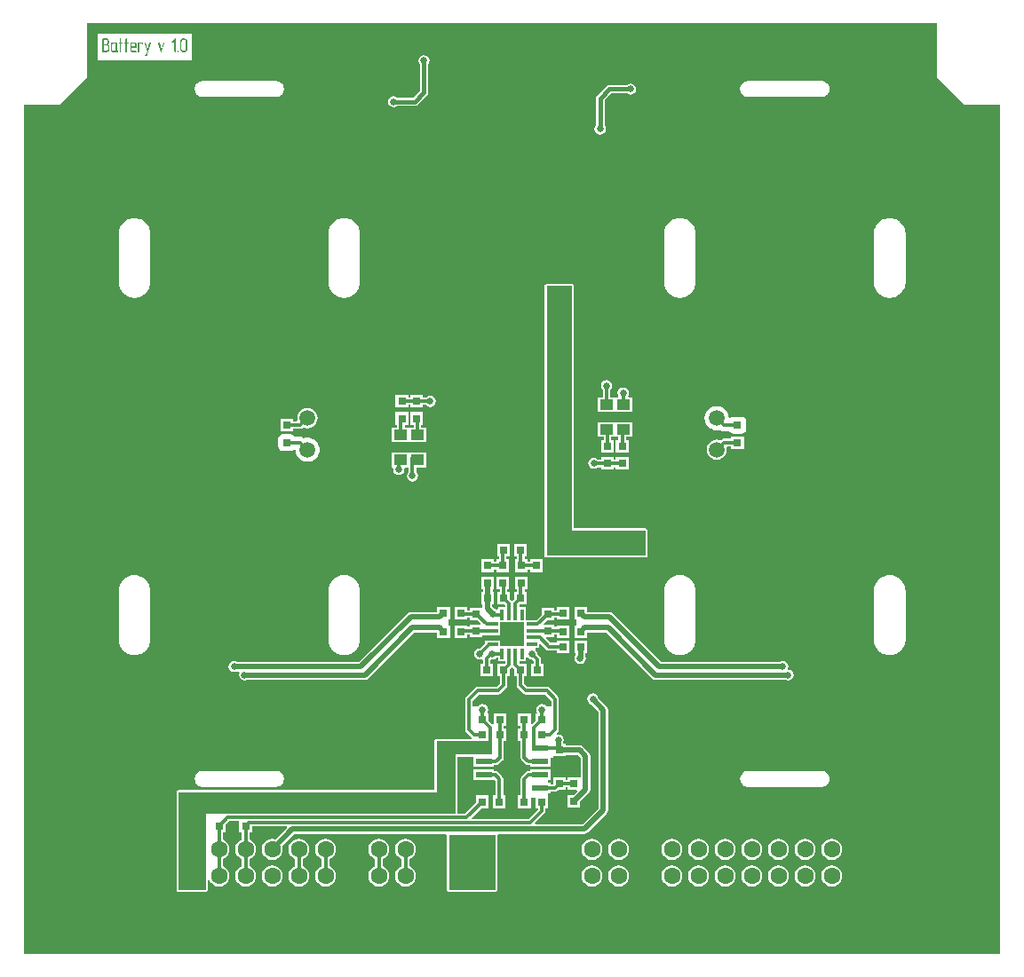
<source format=gtl>
G04*
G04 #@! TF.GenerationSoftware,Altium Limited,Altium Designer,22.1.2 (22)*
G04*
G04 Layer_Physical_Order=1*
G04 Layer_Color=255*
%FSAX44Y44*%
%MOMM*%
G71*
G04*
G04 #@! TF.SameCoordinates,F43461BC-9A11-44EE-9FD3-1ED57B95CCFA*
G04*
G04*
G04 #@! TF.FilePolarity,Positive*
G04*
G01*
G75*
%ADD12C,0.5000*%
%ADD15R,1.3000X1.0000*%
%ADD16R,0.8000X0.8000*%
%ADD17R,0.8000X0.8000*%
%ADD18R,1.5500X0.6000*%
%ADD19R,0.9900X0.3400*%
%ADD20R,0.3400X0.9900*%
%ADD21R,2.1600X2.1600*%
%ADD22O,3.6000X2.9000*%
%ADD23C,1.6000*%
%ADD24C,1.5000*%
%ADD25C,0.3000*%
%ADD26C,0.4000*%
%ADD27C,0.6500*%
G36*
X00874902Y00843000D02*
X00875290Y00841049D01*
X00876395Y00839395D01*
X00899395Y00816395D01*
X00901049Y00815290D01*
X00903000Y00814902D01*
X00934902D01*
Y00005098D01*
X00005098D01*
Y00814902D01*
X00037000Y00814902D01*
X00038951Y00815290D01*
X00040605Y00816395D01*
X00063605Y00839395D01*
X00064710Y00841049D01*
X00065098Y00843000D01*
Y00892902D01*
X00874902D01*
Y00843000D01*
D02*
G37*
%LPC*%
G36*
X00164968Y00882906D02*
X00075032D01*
Y00857094D01*
X00164968D01*
Y00882906D01*
D02*
G37*
G36*
X00583000Y00835353D02*
X00580952Y00834945D01*
X00579654Y00834078D01*
X00563000D01*
X00563000Y00834078D01*
X00561439Y00833768D01*
X00560116Y00832884D01*
X00560116Y00832884D01*
X00551116Y00823884D01*
X00550232Y00822561D01*
X00549922Y00821000D01*
X00549922Y00821000D01*
Y00795346D01*
X00549055Y00794048D01*
X00548647Y00792000D01*
X00549055Y00789952D01*
X00550215Y00788215D01*
X00551952Y00787055D01*
X00554000Y00786647D01*
X00556048Y00787055D01*
X00557785Y00788215D01*
X00558945Y00789952D01*
X00559353Y00792000D01*
X00558945Y00794048D01*
X00558078Y00795346D01*
Y00819311D01*
X00564689Y00825922D01*
X00579654D01*
X00580952Y00825055D01*
X00583000Y00824647D01*
X00585049Y00825055D01*
X00586785Y00826215D01*
X00587946Y00827952D01*
X00588353Y00830000D01*
X00587946Y00832048D01*
X00586785Y00833785D01*
X00585049Y00834945D01*
X00583000Y00835353D01*
D02*
G37*
G36*
X00245497Y00837598D02*
X00174503D01*
X00172552Y00837210D01*
X00171633Y00836829D01*
X00171633Y00836829D01*
X00169979Y00835724D01*
X00169276Y00835021D01*
X00168171Y00833367D01*
X00167790Y00832448D01*
X00167402Y00830497D01*
Y00829503D01*
X00167790Y00827552D01*
X00168171Y00826633D01*
X00169276Y00824979D01*
X00169979Y00824276D01*
X00171633Y00823171D01*
X00172552Y00822790D01*
X00174503Y00822402D01*
X00245497D01*
X00247448Y00822790D01*
X00248367Y00823171D01*
X00250021Y00824276D01*
X00250724Y00824979D01*
X00250724Y00824979D01*
X00251829Y00826633D01*
X00252210Y00827552D01*
X00252598Y00829503D01*
Y00830497D01*
X00252210Y00832448D01*
X00251829Y00833367D01*
X00251829Y00833367D01*
X00250724Y00835021D01*
X00250021Y00835724D01*
X00250021Y00835724D01*
X00248367Y00836829D01*
X00247448Y00837210D01*
X00245497Y00837598D01*
D02*
G37*
G36*
X00765000D02*
X00694503D01*
X00692552Y00837210D01*
X00691633Y00836829D01*
X00691633Y00836829D01*
X00689979Y00835724D01*
X00689276Y00835021D01*
X00688171Y00833367D01*
X00687790Y00832448D01*
X00687402Y00830497D01*
Y00829503D01*
X00687790Y00827552D01*
X00688171Y00826633D01*
X00689276Y00824979D01*
X00689979Y00824276D01*
X00691633Y00823171D01*
X00692552Y00822790D01*
X00694503Y00822402D01*
X00765497Y00822402D01*
X00767448Y00822790D01*
X00768367Y00823171D01*
X00770021Y00824276D01*
X00770724Y00824979D01*
X00770724Y00824979D01*
X00771829Y00826633D01*
X00772210Y00827552D01*
X00772598Y00829503D01*
Y00830497D01*
X00772210Y00832448D01*
X00771829Y00833367D01*
X00771829Y00833367D01*
X00770724Y00835021D01*
X00770021Y00835724D01*
X00770021Y00835724D01*
X00768367Y00836829D01*
X00767448Y00837210D01*
X00765497Y00837598D01*
X00765000D01*
X00765000Y00837598D01*
D02*
G37*
G36*
X00386000Y00862353D02*
X00383952Y00861945D01*
X00382215Y00860785D01*
X00381055Y00859048D01*
X00380647Y00857000D01*
X00381055Y00854952D01*
X00381922Y00853654D01*
Y00828689D01*
X00375311Y00822078D01*
X00360346D01*
X00359048Y00822945D01*
X00357000Y00823353D01*
X00354952Y00822945D01*
X00353215Y00821785D01*
X00352055Y00820048D01*
X00351647Y00818000D01*
X00352055Y00815952D01*
X00353215Y00814215D01*
X00354952Y00813055D01*
X00357000Y00812647D01*
X00359048Y00813055D01*
X00360346Y00813922D01*
X00377000D01*
X00377000Y00813922D01*
X00378561Y00814232D01*
X00379884Y00815116D01*
X00388884Y00824116D01*
X00388884Y00824116D01*
X00389768Y00825439D01*
X00390078Y00827000D01*
X00390078Y00827000D01*
Y00853654D01*
X00390945Y00854952D01*
X00391353Y00857000D01*
X00390945Y00859048D01*
X00389785Y00860785D01*
X00388048Y00861945D01*
X00386000Y00862353D01*
D02*
G37*
G36*
X00831317Y00707098D02*
X00828683D01*
X00828029Y00706968D01*
X00827364Y00706924D01*
X00824821Y00706243D01*
X00824222Y00705948D01*
X00823591Y00705733D01*
X00821311Y00704417D01*
X00820809Y00703977D01*
X00820255Y00703607D01*
X00818393Y00701745D01*
X00818023Y00701190D01*
X00817583Y00700689D01*
X00816266Y00698409D01*
X00816052Y00697777D01*
X00815757Y00697179D01*
X00815076Y00694636D01*
X00815032Y00693971D01*
X00814902Y00693316D01*
Y00692000D01*
Y00646000D01*
Y00644684D01*
X00815032Y00644029D01*
X00815076Y00643364D01*
X00815757Y00640821D01*
X00816052Y00640223D01*
X00816266Y00639591D01*
X00817583Y00637311D01*
X00818023Y00636810D01*
X00818393Y00636255D01*
X00820255Y00634393D01*
X00820809Y00634023D01*
X00821311Y00633583D01*
X00823591Y00632267D01*
X00824223Y00632052D01*
X00824821Y00631757D01*
X00827364Y00631076D01*
X00828029Y00631032D01*
X00828683Y00630902D01*
X00831317D01*
X00831971Y00631032D01*
X00832636Y00631076D01*
X00835179Y00631757D01*
X00835777Y00632052D01*
X00836409Y00632267D01*
X00838689Y00633583D01*
X00839190Y00634023D01*
X00839745Y00634393D01*
X00841607Y00636255D01*
X00841977Y00636810D01*
X00842417Y00637311D01*
X00843734Y00639591D01*
X00843948Y00640223D01*
X00844243Y00640821D01*
X00844924Y00643364D01*
X00844968Y00644029D01*
X00845098Y00644684D01*
Y00646000D01*
Y00692000D01*
Y00693316D01*
X00844968Y00693971D01*
X00844924Y00694636D01*
X00844243Y00697179D01*
X00843948Y00697777D01*
X00843734Y00698409D01*
X00842417Y00700689D01*
X00841977Y00701190D01*
X00841607Y00701745D01*
X00839745Y00703607D01*
X00839191Y00703977D01*
X00838689Y00704417D01*
X00836409Y00705733D01*
X00835777Y00705948D01*
X00835179Y00706243D01*
X00832636Y00706924D01*
X00831971Y00706968D01*
X00831317Y00707098D01*
D02*
G37*
G36*
X00631316Y00707098D02*
X00628684D01*
X00628029Y00706968D01*
X00627364Y00706924D01*
X00624821Y00706243D01*
X00624223Y00705948D01*
X00623591Y00705733D01*
X00621311Y00704417D01*
X00620809Y00703977D01*
X00620255Y00703607D01*
X00618393Y00701745D01*
X00618023Y00701191D01*
X00617583Y00700689D01*
X00616267Y00698409D01*
X00616052Y00697777D01*
X00615757Y00697179D01*
X00615076Y00694636D01*
X00615032Y00693971D01*
X00614902Y00693316D01*
Y00692000D01*
Y00646000D01*
Y00644684D01*
X00615032Y00644029D01*
X00615076Y00643364D01*
X00615757Y00640821D01*
X00616052Y00640223D01*
X00616267Y00639591D01*
X00617583Y00637311D01*
X00618023Y00636810D01*
X00618393Y00636255D01*
X00620255Y00634393D01*
X00620810Y00634023D01*
X00621311Y00633583D01*
X00623591Y00632267D01*
X00624223Y00632052D01*
X00624821Y00631757D01*
X00627364Y00631076D01*
X00628030Y00631032D01*
X00628684Y00630902D01*
X00631316D01*
X00631970Y00631032D01*
X00632636Y00631076D01*
X00635179Y00631757D01*
X00635777Y00632052D01*
X00636409Y00632267D01*
X00638689Y00633583D01*
X00639190Y00634023D01*
X00639745Y00634393D01*
X00641607Y00636255D01*
X00641977Y00636810D01*
X00642417Y00637311D01*
X00643734Y00639591D01*
X00643948Y00640223D01*
X00644243Y00640821D01*
X00644924Y00643364D01*
X00644968Y00644029D01*
X00645098Y00644684D01*
Y00646000D01*
X00645098Y00692000D01*
Y00693316D01*
X00644968Y00693971D01*
X00644924Y00694636D01*
X00644243Y00697179D01*
X00643948Y00697777D01*
X00643733Y00698409D01*
X00642417Y00700689D01*
X00641977Y00701191D01*
X00641607Y00701745D01*
X00639745Y00703607D01*
X00639190Y00703977D01*
X00638689Y00704417D01*
X00636409Y00705733D01*
X00635777Y00705948D01*
X00635179Y00706243D01*
X00632636Y00706924D01*
X00631970Y00706968D01*
X00631316Y00707098D01*
D02*
G37*
G36*
X00311317Y00707098D02*
X00308683D01*
X00308029Y00706968D01*
X00307364Y00706924D01*
X00304821Y00706243D01*
X00304223Y00705948D01*
X00303591Y00705733D01*
X00301311Y00704417D01*
X00300809Y00703977D01*
X00300255Y00703607D01*
X00298393Y00701745D01*
X00298023Y00701190D01*
X00297583Y00700689D01*
X00296266Y00698409D01*
X00296052Y00697777D01*
X00295757Y00697179D01*
X00295076Y00694636D01*
X00295032Y00693971D01*
X00294902Y00693316D01*
Y00692000D01*
Y00646000D01*
Y00644684D01*
X00295032Y00644029D01*
X00295076Y00643364D01*
X00295757Y00640821D01*
X00296052Y00640223D01*
X00296266Y00639591D01*
X00297583Y00637311D01*
X00298023Y00636810D01*
X00298393Y00636255D01*
X00300255Y00634393D01*
X00300809Y00634023D01*
X00301311Y00633583D01*
X00303591Y00632267D01*
X00304223Y00632052D01*
X00304821Y00631757D01*
X00307364Y00631076D01*
X00308029Y00631032D01*
X00308683Y00630902D01*
X00311317D01*
X00311971Y00631032D01*
X00312636Y00631076D01*
X00315179Y00631757D01*
X00315777Y00632052D01*
X00316409Y00632267D01*
X00318689Y00633583D01*
X00319190Y00634023D01*
X00319745Y00634393D01*
X00321607Y00636255D01*
X00321977Y00636810D01*
X00322417Y00637311D01*
X00323733Y00639591D01*
X00323948Y00640223D01*
X00324243Y00640821D01*
X00324924Y00643364D01*
X00324968Y00644029D01*
X00325098Y00644684D01*
Y00646000D01*
Y00692000D01*
Y00693316D01*
X00324968Y00693971D01*
X00324924Y00694636D01*
X00324243Y00697179D01*
X00323948Y00697777D01*
X00323733Y00698409D01*
X00322417Y00700689D01*
X00321977Y00701190D01*
X00321607Y00701745D01*
X00319745Y00703607D01*
X00319191Y00703977D01*
X00318689Y00704417D01*
X00316409Y00705733D01*
X00315777Y00705948D01*
X00315179Y00706243D01*
X00312636Y00706924D01*
X00311971Y00706968D01*
X00311317Y00707098D01*
D02*
G37*
G36*
X00111316Y00707098D02*
X00108684D01*
X00108029Y00706968D01*
X00107364Y00706924D01*
X00104821Y00706243D01*
X00104223Y00705948D01*
X00103591Y00705733D01*
X00101311Y00704417D01*
X00100809Y00703977D01*
X00100255Y00703607D01*
X00098393Y00701745D01*
X00098023Y00701191D01*
X00097583Y00700689D01*
X00096266Y00698409D01*
X00096052Y00697777D01*
X00095757Y00697179D01*
X00095076Y00694636D01*
X00095032Y00693971D01*
X00094902Y00693316D01*
Y00692000D01*
Y00646000D01*
Y00644684D01*
X00095032Y00644029D01*
X00095076Y00643364D01*
X00095757Y00640821D01*
X00096052Y00640223D01*
X00096266Y00639591D01*
X00097583Y00637311D01*
X00098023Y00636810D01*
X00098393Y00636255D01*
X00100255Y00634393D01*
X00100809Y00634023D01*
X00101311Y00633583D01*
X00103591Y00632267D01*
X00104223Y00632052D01*
X00104821Y00631757D01*
X00107364Y00631076D01*
X00108029Y00631032D01*
X00108684Y00630902D01*
X00111316D01*
X00111971Y00631032D01*
X00112636Y00631076D01*
X00115179Y00631757D01*
X00115777Y00632052D01*
X00116409Y00632267D01*
X00118689Y00633583D01*
X00119191Y00634023D01*
X00119745Y00634393D01*
X00121607Y00636255D01*
X00121977Y00636810D01*
X00122417Y00637311D01*
X00123734Y00639591D01*
X00123948Y00640223D01*
X00124243Y00640821D01*
X00124924Y00643364D01*
X00124968Y00644029D01*
X00125098Y00644684D01*
Y00646000D01*
X00125098Y00692000D01*
Y00693316D01*
X00124968Y00693971D01*
X00124924Y00694636D01*
X00124243Y00697179D01*
X00123948Y00697777D01*
X00123733Y00698409D01*
X00122417Y00700689D01*
X00121977Y00701191D01*
X00121607Y00701745D01*
X00119745Y00703607D01*
X00119191Y00703977D01*
X00118689Y00704417D01*
X00116409Y00705733D01*
X00115777Y00705948D01*
X00115179Y00706243D01*
X00112636Y00706924D01*
X00111971Y00706968D01*
X00111316Y00707098D01*
D02*
G37*
G36*
X00385000Y00538250D02*
X00373000D01*
Y00535819D01*
X00371000D01*
Y00538250D01*
X00359000D01*
Y00526250D01*
X00371000D01*
Y00528681D01*
X00373000D01*
Y00526250D01*
X00385000D01*
Y00528681D01*
X00387903D01*
X00388215Y00528215D01*
X00389952Y00527055D01*
X00392000Y00526647D01*
X00394048Y00527055D01*
X00395785Y00528215D01*
X00396945Y00529952D01*
X00397353Y00532000D01*
X00396945Y00534049D01*
X00395785Y00535785D01*
X00394048Y00536945D01*
X00392000Y00537353D01*
X00389952Y00536945D01*
X00388265Y00535819D01*
X00385000D01*
Y00538250D01*
D02*
G37*
G36*
X00665000Y00527591D02*
X00664740Y00527539D01*
X00664474Y00527557D01*
X00662516Y00527299D01*
X00662018Y00527130D01*
X00661501Y00527027D01*
X00659677Y00526271D01*
X00659239Y00525979D01*
X00658766Y00525746D01*
X00657200Y00524544D01*
X00656852Y00524148D01*
X00656456Y00523800D01*
X00655254Y00522234D01*
X00655021Y00521761D01*
X00654729Y00521323D01*
X00653973Y00519499D01*
X00653870Y00518982D01*
X00653701Y00518484D01*
X00653443Y00516526D01*
X00653478Y00516000D01*
X00653443Y00515475D01*
X00653701Y00513517D01*
X00653870Y00513018D01*
X00653973Y00512501D01*
X00654729Y00510677D01*
X00655021Y00510239D01*
X00655254Y00509767D01*
X00656456Y00508200D01*
X00656852Y00507853D01*
X00657200Y00507457D01*
X00658766Y00506254D01*
X00659239Y00506021D01*
X00659677Y00505729D01*
X00661501Y00504973D01*
X00662018Y00504870D01*
X00662516Y00504701D01*
X00664474Y00504443D01*
X00665000Y00504478D01*
X00665526Y00504443D01*
X00667484Y00504701D01*
X00667982Y00504870D01*
X00668250Y00504924D01*
X00669061Y00504382D01*
X00670209Y00503906D01*
X00671750Y00503600D01*
X00677353D01*
X00678153Y00502403D01*
X00679459Y00501530D01*
X00681000Y00501223D01*
X00689000D01*
X00690541Y00501530D01*
X00691847Y00502403D01*
X00692720Y00503709D01*
X00693027Y00505250D01*
Y00513250D01*
X00692720Y00514791D01*
X00691847Y00516097D01*
X00690541Y00516970D01*
X00689000Y00517277D01*
X00681000D01*
X00679459Y00516970D01*
X00678153Y00516097D01*
X00677821Y00515601D01*
X00676610Y00515925D01*
X00676534Y00516170D01*
X00676557Y00516526D01*
X00676299Y00518484D01*
X00676130Y00518982D01*
X00676027Y00519499D01*
X00675271Y00521323D01*
X00674979Y00521761D01*
X00674746Y00522234D01*
X00673544Y00523800D01*
X00673148Y00524148D01*
X00672800Y00524544D01*
X00671234Y00525746D01*
X00670761Y00525979D01*
X00670323Y00526271D01*
X00668499Y00527027D01*
X00667982Y00527130D01*
X00667484Y00527299D01*
X00665526Y00527557D01*
X00665260Y00527539D01*
X00665000Y00527591D01*
D02*
G37*
G36*
X00560000Y00552353D02*
X00557952Y00551945D01*
X00556215Y00550785D01*
X00555055Y00549048D01*
X00554647Y00547000D01*
X00555055Y00544952D01*
X00556215Y00543215D01*
X00556431Y00543070D01*
Y00536000D01*
X00551500D01*
Y00522000D01*
X00584500D01*
Y00536000D01*
X00581169D01*
X00580490Y00537270D01*
X00580945Y00537952D01*
X00581353Y00540000D01*
X00580945Y00542048D01*
X00579785Y00543785D01*
X00578048Y00544945D01*
X00576000Y00545353D01*
X00573952Y00544945D01*
X00572215Y00543785D01*
X00571055Y00542048D01*
X00570647Y00540000D01*
X00571055Y00537952D01*
X00571510Y00537270D01*
X00570831Y00536000D01*
X00563568D01*
Y00543070D01*
X00563785Y00543215D01*
X00564945Y00544952D01*
X00565353Y00547000D01*
X00564945Y00549048D01*
X00563785Y00550785D01*
X00562048Y00551945D01*
X00560000Y00552353D01*
D02*
G37*
G36*
X00275000Y00525582D02*
X00272520Y00525255D01*
X00270209Y00524298D01*
X00268225Y00522775D01*
X00266702Y00520791D01*
X00265745Y00518480D01*
X00265418Y00516000D01*
X00265670Y00514089D01*
X00264795Y00512818D01*
X00261000D01*
Y00515250D01*
X00249000D01*
Y00503250D01*
X00261000D01*
Y00505681D01*
X00268250D01*
X00269616Y00505953D01*
X00270773Y00506727D01*
X00271298Y00507251D01*
X00272520Y00506744D01*
X00275000Y00506418D01*
X00277480Y00506744D01*
X00279791Y00507702D01*
X00281775Y00509225D01*
X00283298Y00511209D01*
X00284256Y00513520D01*
X00284582Y00516000D01*
X00284256Y00518480D01*
X00283298Y00520791D01*
X00281775Y00522775D01*
X00279791Y00524298D01*
X00277480Y00525255D01*
X00275000Y00525582D01*
D02*
G37*
G36*
X00385000Y00521750D02*
X00373000D01*
Y00509750D01*
X00376431D01*
Y00507000D01*
X00367569D01*
Y00509750D01*
X00371000D01*
Y00521750D01*
X00359000D01*
Y00509750D01*
X00360431D01*
Y00507000D01*
X00355500D01*
Y00493000D01*
X00388500D01*
Y00507000D01*
X00383569D01*
Y00509750D01*
X00385000D01*
Y00521750D01*
D02*
G37*
G36*
X00691000Y00498750D02*
X00679000D01*
Y00496319D01*
X00671750D01*
X00670384Y00496047D01*
X00669227Y00495273D01*
X00668702Y00494749D01*
X00667480Y00495256D01*
X00665000Y00495582D01*
X00662520Y00495256D01*
X00660209Y00494298D01*
X00658224Y00492775D01*
X00656702Y00490791D01*
X00655744Y00488480D01*
X00655418Y00486000D01*
X00655744Y00483520D01*
X00656702Y00481209D01*
X00658224Y00479225D01*
X00660209Y00477702D01*
X00662520Y00476745D01*
X00665000Y00476418D01*
X00667480Y00476745D01*
X00669791Y00477702D01*
X00671775Y00479225D01*
X00673298Y00481209D01*
X00674255Y00483520D01*
X00674582Y00486000D01*
X00674330Y00487911D01*
X00675205Y00489181D01*
X00679000D01*
Y00486750D01*
X00691000D01*
Y00498750D01*
D02*
G37*
G36*
X00584500Y00512000D02*
X00551500D01*
Y00498000D01*
X00557431D01*
Y00495250D01*
X00555000D01*
Y00483250D01*
X00567000D01*
Y00495250D01*
X00564568D01*
Y00498000D01*
X00571431D01*
Y00495250D01*
X00569000D01*
Y00483250D01*
X00581000D01*
Y00495250D01*
X00578568D01*
Y00498000D01*
X00584500D01*
Y00512000D01*
D02*
G37*
G36*
X00581000Y00478750D02*
X00569000D01*
Y00476319D01*
X00567000D01*
Y00478750D01*
X00555000D01*
Y00476319D01*
X00552097D01*
X00551785Y00476785D01*
X00550048Y00477945D01*
X00548000Y00478353D01*
X00545951Y00477945D01*
X00544215Y00476785D01*
X00543055Y00475048D01*
X00542647Y00473000D01*
X00543055Y00470952D01*
X00544215Y00469215D01*
X00545951Y00468055D01*
X00548000Y00467647D01*
X00550048Y00468055D01*
X00551735Y00469182D01*
X00555000D01*
Y00466750D01*
X00567000D01*
Y00469182D01*
X00569000D01*
Y00466750D01*
X00581000D01*
Y00478750D01*
D02*
G37*
G36*
X00259000Y00500777D02*
X00251000D01*
X00249459Y00500470D01*
X00248153Y00499597D01*
X00247280Y00498291D01*
X00246973Y00496750D01*
Y00488750D01*
X00247280Y00487209D01*
X00248153Y00485903D01*
X00249459Y00485030D01*
X00251000Y00484724D01*
X00259000D01*
X00260541Y00485030D01*
X00261847Y00485903D01*
X00262179Y00486399D01*
X00263390Y00486075D01*
X00263466Y00485830D01*
X00263443Y00485474D01*
X00263701Y00483517D01*
X00263870Y00483018D01*
X00263973Y00482501D01*
X00264729Y00480677D01*
X00265021Y00480239D01*
X00265254Y00479766D01*
X00266456Y00478200D01*
X00266852Y00477852D01*
X00267200Y00477456D01*
X00268766Y00476254D01*
X00269239Y00476021D01*
X00269677Y00475729D01*
X00271501Y00474973D01*
X00272018Y00474870D01*
X00272516Y00474701D01*
X00274474Y00474443D01*
X00275000Y00474478D01*
X00275526Y00474443D01*
X00277484Y00474701D01*
X00277982Y00474870D01*
X00278499Y00474973D01*
X00280323Y00475729D01*
X00280761Y00476021D01*
X00281234Y00476254D01*
X00282800Y00477456D01*
X00283148Y00477852D01*
X00283544Y00478200D01*
X00284746Y00479766D01*
X00284979Y00480239D01*
X00285271Y00480677D01*
X00286027Y00482501D01*
X00286130Y00483018D01*
X00286299Y00483517D01*
X00286557Y00485474D01*
X00286522Y00486000D01*
X00286557Y00486525D01*
X00286299Y00488483D01*
X00286130Y00488982D01*
X00286027Y00489499D01*
X00285271Y00491323D01*
X00284979Y00491761D01*
X00284746Y00492234D01*
X00283544Y00493800D01*
X00283148Y00494147D01*
X00282800Y00494543D01*
X00281234Y00495746D01*
X00280761Y00495979D01*
X00280323Y00496271D01*
X00278499Y00497027D01*
X00277982Y00497130D01*
X00277484Y00497299D01*
X00275526Y00497557D01*
X00275261Y00497539D01*
X00275000Y00497591D01*
X00274739Y00497539D01*
X00274474Y00497557D01*
X00272516Y00497299D01*
X00272018Y00497130D01*
X00271750Y00497076D01*
X00270939Y00497618D01*
X00269791Y00498094D01*
X00268250Y00498400D01*
X00262647D01*
X00261847Y00499597D01*
X00260541Y00500470D01*
X00259000Y00500777D01*
D02*
G37*
G36*
X00388500Y00483000D02*
X00355500D01*
Y00469000D01*
X00356044D01*
X00356850Y00468018D01*
X00356647Y00467000D01*
X00357055Y00464952D01*
X00358215Y00463215D01*
X00359952Y00462055D01*
X00362000Y00461647D01*
X00364048Y00462055D01*
X00365785Y00463215D01*
X00366945Y00464952D01*
X00367353Y00467000D01*
X00367150Y00468018D01*
X00367956Y00469000D01*
X00371431D01*
Y00464930D01*
X00371215Y00464785D01*
X00370055Y00463049D01*
X00369647Y00461000D01*
X00370055Y00458952D01*
X00371215Y00457215D01*
X00372952Y00456055D01*
X00375000Y00455647D01*
X00377048Y00456055D01*
X00378785Y00457215D01*
X00379945Y00458952D01*
X00380353Y00461000D01*
X00379945Y00463049D01*
X00378785Y00464785D01*
X00378569Y00464930D01*
Y00469000D01*
X00388500D01*
Y00483000D01*
D02*
G37*
G36*
X00527000Y00644039D02*
X00503000D01*
X00502220Y00643884D01*
X00501558Y00643442D01*
X00501116Y00642780D01*
X00500961Y00642000D01*
Y00409000D01*
Y00385000D01*
X00501116Y00384220D01*
X00501558Y00383558D01*
X00502220Y00383116D01*
X00503000Y00382961D01*
X00597000D01*
X00597780Y00383116D01*
X00598442Y00383558D01*
X00598884Y00384220D01*
X00599039Y00385000D01*
Y00409000D01*
X00598884Y00409780D01*
X00598442Y00410442D01*
X00597780Y00410884D01*
X00597000Y00411039D01*
X00529039D01*
Y00642000D01*
X00528884Y00642780D01*
X00528442Y00643442D01*
X00527780Y00643884D01*
X00527000Y00644039D01*
D02*
G37*
G36*
X00467750Y00396000D02*
X00455750D01*
Y00384000D01*
X00457431D01*
Y00381250D01*
X00455000D01*
Y00378819D01*
X00453000D01*
Y00381250D01*
X00441000D01*
Y00369250D01*
X00453000D01*
Y00371681D01*
X00455000D01*
Y00369250D01*
X00467000D01*
Y00381250D01*
X00464569D01*
Y00384000D01*
X00467750D01*
Y00396000D01*
D02*
G37*
G36*
X00484250D02*
X00472250D01*
Y00384000D01*
X00474681D01*
Y00381250D01*
X00473000D01*
Y00369250D01*
X00485000D01*
Y00371681D01*
X00487000D01*
Y00369250D01*
X00499000D01*
Y00381250D01*
X00487000D01*
Y00378819D01*
X00485000D01*
Y00381250D01*
X00481819D01*
Y00384000D01*
X00484250D01*
Y00396000D01*
D02*
G37*
G36*
X00485000Y00364750D02*
X00473000D01*
Y00352750D01*
X00474681D01*
Y00350000D01*
X00472250D01*
Y00343047D01*
X00470771Y00341568D01*
X00470530Y00341386D01*
X00469470D01*
X00469229Y00341568D01*
X00467750Y00343047D01*
Y00350000D01*
X00465319D01*
Y00352750D01*
X00467000D01*
Y00364750D01*
X00455000D01*
Y00352750D01*
X00458181D01*
Y00350000D01*
X00455750D01*
Y00338000D01*
X00462703D01*
X00463181Y00337522D01*
Y00335550D01*
X00456550D01*
Y00333752D01*
X00455280Y00333122D01*
X00454048Y00333945D01*
X00453418Y00334071D01*
X00451088Y00336400D01*
Y00338000D01*
X00452500D01*
Y00350000D01*
X00451588D01*
Y00352750D01*
X00453000D01*
Y00364750D01*
X00441000D01*
Y00352750D01*
X00442412D01*
Y00350000D01*
X00440500D01*
Y00338000D01*
X00441912D01*
Y00335250D01*
X00430000D01*
Y00332818D01*
X00427250D01*
Y00336000D01*
X00415250D01*
Y00324000D01*
X00427250D01*
Y00325681D01*
X00430000D01*
Y00323250D01*
X00436953D01*
X00440280Y00319923D01*
X00439794Y00318750D01*
X00430000D01*
Y00316819D01*
X00427250D01*
Y00318000D01*
X00415250D01*
Y00306000D01*
X00427250D01*
Y00309681D01*
X00430000D01*
Y00306750D01*
X00442000D01*
Y00308449D01*
X00458334D01*
Y00309550D01*
X00458350D01*
Y00321650D01*
X00481650D01*
Y00309550D01*
Y00298350D01*
X00458350D01*
Y00303950D01*
X00444450D01*
Y00301497D01*
X00439255Y00296302D01*
X00439000Y00296353D01*
X00436952Y00295945D01*
X00435215Y00294785D01*
X00434055Y00293048D01*
X00433647Y00291000D01*
X00434055Y00288952D01*
X00435215Y00287215D01*
X00436952Y00286055D01*
X00439000Y00285647D01*
X00440911Y00286027D01*
X00441179Y00285966D01*
X00442182Y00285284D01*
Y00282000D01*
X00439750D01*
Y00270000D01*
X00451750D01*
Y00282000D01*
X00449319D01*
Y00284848D01*
X00450382Y00285770D01*
X00451000Y00285647D01*
X00453048Y00286055D01*
X00454785Y00287215D01*
X00455197Y00287831D01*
X00456550D01*
Y00284450D01*
X00463181D01*
Y00282000D01*
X00456250D01*
Y00270000D01*
X00458431D01*
Y00262478D01*
X00455522Y00259569D01*
X00437000D01*
X00435634Y00259297D01*
X00434477Y00258523D01*
X00426477Y00250523D01*
X00425703Y00249366D01*
X00425431Y00248000D01*
Y00219000D01*
X00425703Y00217634D01*
X00426477Y00216477D01*
X00431477Y00211477D01*
X00431727Y00211309D01*
X00431342Y00210039D01*
X00398000D01*
X00397220Y00209884D01*
X00396558Y00209442D01*
X00396116Y00208780D01*
X00395961Y00208000D01*
Y00161039D01*
X00152000D01*
X00151220Y00160884D01*
X00150558Y00160442D01*
X00150116Y00159780D01*
X00149961Y00159000D01*
Y00066000D01*
X00150116Y00065220D01*
X00150558Y00064558D01*
X00151220Y00064116D01*
X00152000Y00063961D01*
X00178000D01*
X00178780Y00064116D01*
X00179442Y00064558D01*
X00179884Y00065220D01*
X00180039Y00066000D01*
Y00075346D01*
X00181309Y00075599D01*
X00181865Y00074257D01*
X00183468Y00072168D01*
X00185557Y00070565D01*
X00187990Y00069557D01*
X00190600Y00069214D01*
X00193211Y00069557D01*
X00195643Y00070565D01*
X00197732Y00072168D01*
X00199335Y00074257D01*
X00200343Y00076690D01*
X00200686Y00079300D01*
X00200343Y00081910D01*
X00199335Y00084343D01*
X00197732Y00086432D01*
X00195643Y00088035D01*
X00194169Y00088646D01*
Y00095354D01*
X00195643Y00095965D01*
X00197732Y00097568D01*
X00199335Y00099657D01*
X00200343Y00102090D01*
X00200686Y00104700D01*
X00200343Y00107310D01*
X00199335Y00109743D01*
X00197732Y00111832D01*
X00195643Y00113435D01*
X00194169Y00114046D01*
Y00120750D01*
X00197000D01*
Y00127953D01*
X00200478Y00131431D01*
X00210000D01*
Y00120750D01*
X00212431D01*
Y00114046D01*
X00210957Y00113435D01*
X00208868Y00111832D01*
X00207265Y00109743D01*
X00206257Y00107310D01*
X00205914Y00104700D01*
X00206257Y00102090D01*
X00207265Y00099657D01*
X00208868Y00097568D01*
X00210957Y00095965D01*
X00212431Y00095354D01*
Y00088646D01*
X00210957Y00088035D01*
X00208868Y00086432D01*
X00207265Y00084343D01*
X00206257Y00081910D01*
X00205914Y00079300D01*
X00206257Y00076690D01*
X00207265Y00074257D01*
X00208868Y00072168D01*
X00210957Y00070565D01*
X00213389Y00069557D01*
X00216000Y00069214D01*
X00218610Y00069557D01*
X00221043Y00070565D01*
X00223132Y00072168D01*
X00224735Y00074257D01*
X00225743Y00076690D01*
X00226086Y00079300D01*
X00225743Y00081910D01*
X00224735Y00084343D01*
X00223132Y00086432D01*
X00221043Y00088035D01*
X00219569Y00088646D01*
Y00095354D01*
X00221043Y00095965D01*
X00223132Y00097568D01*
X00224735Y00099657D01*
X00225743Y00102090D01*
X00226086Y00104700D01*
X00225743Y00107310D01*
X00224735Y00109743D01*
X00223132Y00111832D01*
X00221043Y00113435D01*
X00219569Y00114046D01*
Y00120750D01*
X00222000D01*
Y00126431D01*
X00254983Y00126431D01*
X00255469Y00125258D01*
X00244466Y00114254D01*
X00244011Y00114443D01*
X00241400Y00114786D01*
X00238790Y00114443D01*
X00236357Y00113435D01*
X00234268Y00111832D01*
X00232665Y00109743D01*
X00231657Y00107310D01*
X00231314Y00104700D01*
X00231657Y00102090D01*
X00232665Y00099657D01*
X00234268Y00097568D01*
X00236357Y00095965D01*
X00238790Y00094957D01*
X00241400Y00094614D01*
X00244011Y00094957D01*
X00246443Y00095965D01*
X00248532Y00097568D01*
X00250135Y00099657D01*
X00251143Y00102090D01*
X00251486Y00104700D01*
X00251143Y00107310D01*
X00250954Y00107766D01*
X00262600Y00119412D01*
X00407127D01*
X00407989Y00118142D01*
X00407961Y00118000D01*
Y00066000D01*
X00408116Y00065220D01*
X00408558Y00064558D01*
X00409220Y00064116D01*
X00410000Y00063961D01*
X00454000D01*
X00454780Y00064116D01*
X00455442Y00064558D01*
X00455884Y00065220D01*
X00456039Y00066000D01*
Y00118000D01*
X00456011Y00118142D01*
X00456873Y00119412D01*
X00539000D01*
X00540756Y00119761D01*
X00542244Y00120756D01*
X00560244Y00138756D01*
X00561239Y00140244D01*
X00561588Y00142000D01*
Y00238000D01*
X00561239Y00239756D01*
X00560244Y00241244D01*
X00552071Y00249418D01*
X00551945Y00250048D01*
X00550785Y00251785D01*
X00549048Y00252945D01*
X00547000Y00253353D01*
X00544952Y00252945D01*
X00543215Y00251785D01*
X00542055Y00250048D01*
X00541647Y00248000D01*
X00542055Y00245952D01*
X00543215Y00244215D01*
X00544952Y00243055D01*
X00545582Y00242929D01*
X00552412Y00236099D01*
Y00143900D01*
X00537099Y00128588D01*
X00492294D01*
X00491808Y00129761D01*
X00500773Y00138727D01*
X00501547Y00139884D01*
X00501819Y00141250D01*
Y00144000D01*
X00504250D01*
Y00156000D01*
X00504000D01*
Y00157950D01*
X00506750D01*
Y00159381D01*
X00510700D01*
X00512066Y00159653D01*
X00513223Y00160427D01*
X00514047Y00161250D01*
X00521000D01*
Y00163681D01*
X00523000D01*
Y00161250D01*
X00531352D01*
X00531838Y00160077D01*
X00528511Y00156750D01*
X00523000D01*
Y00144750D01*
X00535000D01*
Y00150261D01*
X00543244Y00158506D01*
X00544239Y00159994D01*
X00544588Y00161750D01*
Y00194000D01*
X00544239Y00195756D01*
X00543244Y00197244D01*
X00537994Y00202494D01*
X00536506Y00203489D01*
X00534750Y00203838D01*
X00521000D01*
Y00205250D01*
X00518954D01*
X00518657Y00206520D01*
X00518945Y00206952D01*
X00519353Y00209000D01*
X00518945Y00211048D01*
X00517785Y00212785D01*
X00516048Y00213945D01*
X00514000Y00214353D01*
X00512996Y00214153D01*
X00512370Y00215324D01*
X00513523Y00216477D01*
X00514297Y00217634D01*
X00514569Y00219000D01*
Y00248000D01*
X00514297Y00249366D01*
X00513523Y00250523D01*
X00505523Y00258523D01*
X00504366Y00259297D01*
X00503000Y00259569D01*
X00484478D01*
X00481569Y00262478D01*
Y00270000D01*
X00483750D01*
Y00282000D01*
X00476819D01*
Y00284450D01*
X00483450D01*
Y00287570D01*
X00484720Y00287956D01*
X00485215Y00287215D01*
X00486952Y00286055D01*
X00489000Y00285647D01*
X00489255Y00285698D01*
X00490681Y00284272D01*
Y00282000D01*
X00488250D01*
Y00270000D01*
X00500250D01*
Y00282000D01*
X00497819D01*
Y00285750D01*
X00497547Y00287116D01*
X00496773Y00288273D01*
X00494302Y00290745D01*
X00494353Y00291000D01*
X00493945Y00293048D01*
X00492785Y00294785D01*
X00492044Y00295280D01*
X00492430Y00296550D01*
X00495550D01*
Y00300744D01*
X00496723Y00301230D01*
X00502477Y00295477D01*
X00503634Y00294703D01*
X00505000Y00294431D01*
X00512750D01*
Y00292000D01*
X00524750D01*
Y00304000D01*
X00512750D01*
Y00301569D01*
X00506478D01*
X00502470Y00305577D01*
X00502956Y00306750D01*
X00510000D01*
Y00309681D01*
X00512750D01*
Y00306000D01*
X00524750D01*
Y00318000D01*
X00512750D01*
Y00316819D01*
X00510000D01*
Y00318750D01*
X00500206D01*
X00499720Y00319923D01*
X00503047Y00323250D01*
X00510000D01*
Y00325681D01*
X00512750D01*
Y00324000D01*
X00524750D01*
Y00336000D01*
X00512750D01*
Y00332818D01*
X00510000D01*
Y00335250D01*
X00498000D01*
Y00328297D01*
X00493153Y00323450D01*
X00483450D01*
Y00335550D01*
X00476819D01*
Y00337522D01*
X00477297Y00338000D01*
X00484250D01*
Y00350000D01*
X00481819D01*
Y00352750D01*
X00485000D01*
Y00364750D01*
D02*
G37*
G36*
X00410750Y00336000D02*
X00398750D01*
Y00331088D01*
X00373500D01*
X00371744Y00330739D01*
X00370256Y00329744D01*
X00324100Y00283588D01*
X00207583D01*
X00207048Y00283945D01*
X00205000Y00284353D01*
X00202952Y00283945D01*
X00201215Y00282785D01*
X00200055Y00281048D01*
X00199647Y00279000D01*
X00200055Y00276952D01*
X00201215Y00275215D01*
X00202952Y00274055D01*
X00205000Y00273647D01*
X00207048Y00274055D01*
X00207583Y00274412D01*
X00209619D01*
X00210217Y00273292D01*
X00210055Y00273048D01*
X00209647Y00271000D01*
X00210055Y00268952D01*
X00211215Y00267215D01*
X00212952Y00266055D01*
X00215000Y00265647D01*
X00217048Y00266055D01*
X00217583Y00266412D01*
X00330000D01*
X00331756Y00266761D01*
X00333244Y00267756D01*
X00376900Y00311412D01*
X00398750D01*
Y00306000D01*
X00410750D01*
Y00318000D01*
X00409000D01*
Y00324000D01*
X00410750D01*
Y00336000D01*
D02*
G37*
G36*
X00631316Y00366098D02*
X00628684D01*
X00628029Y00365968D01*
X00627364Y00365924D01*
X00624821Y00365243D01*
X00624222Y00364948D01*
X00623591Y00364734D01*
X00621311Y00363417D01*
X00620810Y00362977D01*
X00620255Y00362607D01*
X00618393Y00360745D01*
X00618023Y00360191D01*
X00617583Y00359689D01*
X00616267Y00357409D01*
X00616052Y00356777D01*
X00615757Y00356179D01*
X00615076Y00353636D01*
X00615032Y00352971D01*
X00614902Y00352317D01*
Y00351000D01*
X00614902Y00305000D01*
Y00303683D01*
X00615032Y00303029D01*
X00615076Y00302364D01*
X00615757Y00299821D01*
X00616052Y00299223D01*
X00616267Y00298591D01*
X00617583Y00296311D01*
X00618023Y00295809D01*
X00618393Y00295255D01*
X00620255Y00293393D01*
X00620809Y00293023D01*
X00621311Y00292583D01*
X00623591Y00291267D01*
X00624223Y00291052D01*
X00624821Y00290757D01*
X00627364Y00290076D01*
X00628029Y00290032D01*
X00628684Y00289902D01*
X00631316D01*
X00631970Y00290032D01*
X00632636Y00290076D01*
X00635179Y00290757D01*
X00635777Y00291052D01*
X00636409Y00291267D01*
X00638689Y00292583D01*
X00639190Y00293023D01*
X00639745Y00293393D01*
X00641607Y00295255D01*
X00641977Y00295809D01*
X00642417Y00296311D01*
X00643733Y00298591D01*
X00643948Y00299223D01*
X00644243Y00299821D01*
X00644924Y00302364D01*
X00644968Y00303029D01*
X00645098Y00303683D01*
Y00305000D01*
X00645098Y00351000D01*
X00645098Y00351000D01*
Y00352317D01*
X00644968Y00352971D01*
X00644924Y00353636D01*
X00644243Y00356179D01*
X00643948Y00356777D01*
X00643734Y00357409D01*
X00642417Y00359689D01*
X00641977Y00360191D01*
X00641607Y00360745D01*
X00639745Y00362607D01*
X00639190Y00362977D01*
X00638689Y00363417D01*
X00636409Y00364734D01*
X00635777Y00364948D01*
X00635179Y00365243D01*
X00632636Y00365924D01*
X00631970Y00365968D01*
X00631316Y00366098D01*
D02*
G37*
G36*
X00831317D02*
X00828683D01*
X00828029Y00365968D01*
X00827364Y00365924D01*
X00824821Y00365243D01*
X00824222Y00364948D01*
X00823591Y00364734D01*
X00821311Y00363417D01*
X00820809Y00362977D01*
X00820255Y00362607D01*
X00818393Y00360745D01*
X00818023Y00360191D01*
X00817583Y00359689D01*
X00816266Y00357409D01*
X00816052Y00356777D01*
X00815757Y00356179D01*
X00815076Y00353636D01*
X00815032Y00352971D01*
X00814902Y00352317D01*
Y00351000D01*
X00814902Y00305000D01*
Y00303683D01*
X00815032Y00303029D01*
X00815076Y00302364D01*
X00815757Y00299821D01*
X00816052Y00299223D01*
X00816266Y00298591D01*
X00817583Y00296311D01*
X00818023Y00295809D01*
X00818393Y00295255D01*
X00820255Y00293393D01*
X00820809Y00293023D01*
X00821311Y00292583D01*
X00823591Y00291266D01*
X00824223Y00291052D01*
X00824821Y00290757D01*
X00827364Y00290076D01*
X00828029Y00290032D01*
X00828683Y00289902D01*
X00831317D01*
X00831971Y00290032D01*
X00832636Y00290076D01*
X00835179Y00290757D01*
X00835777Y00291052D01*
X00836409Y00291266D01*
X00838689Y00292583D01*
X00839190Y00293023D01*
X00839745Y00293393D01*
X00841607Y00295255D01*
X00841977Y00295809D01*
X00842417Y00296311D01*
X00843734Y00298591D01*
X00843948Y00299223D01*
X00844243Y00299821D01*
X00844924Y00302364D01*
X00844968Y00303029D01*
X00845098Y00303683D01*
Y00305000D01*
X00845098Y00351000D01*
Y00352317D01*
X00844968Y00352971D01*
X00844924Y00353636D01*
X00844243Y00356179D01*
X00843948Y00356777D01*
X00843733Y00357409D01*
X00842417Y00359689D01*
X00841977Y00360191D01*
X00841607Y00360745D01*
X00839745Y00362607D01*
X00839190Y00362977D01*
X00838689Y00363417D01*
X00836409Y00364734D01*
X00835777Y00364948D01*
X00835179Y00365243D01*
X00832636Y00365924D01*
X00831971Y00365968D01*
X00831317Y00366098D01*
D02*
G37*
G36*
X00311317Y00366098D02*
X00308683D01*
X00308029Y00365968D01*
X00307364Y00365924D01*
X00304821Y00365243D01*
X00304223Y00364948D01*
X00303591Y00364734D01*
X00301311Y00363417D01*
X00300809Y00362977D01*
X00300255Y00362607D01*
X00298393Y00360745D01*
X00298023Y00360191D01*
X00297583Y00359689D01*
X00296266Y00357409D01*
X00296052Y00356777D01*
X00295757Y00356179D01*
X00295076Y00353636D01*
X00295032Y00352971D01*
X00294902Y00352317D01*
Y00351000D01*
X00294902Y00305000D01*
Y00303683D01*
X00295032Y00303029D01*
X00295076Y00302364D01*
X00295757Y00299821D01*
X00296052Y00299223D01*
X00296266Y00298591D01*
X00297583Y00296311D01*
X00298023Y00295809D01*
X00298393Y00295255D01*
X00300255Y00293393D01*
X00300809Y00293023D01*
X00301311Y00292583D01*
X00303591Y00291266D01*
X00304223Y00291052D01*
X00304821Y00290757D01*
X00307364Y00290076D01*
X00308029Y00290032D01*
X00308683Y00289902D01*
X00311317D01*
X00311971Y00290032D01*
X00312636Y00290076D01*
X00315179Y00290757D01*
X00315777Y00291052D01*
X00316409Y00291266D01*
X00318689Y00292583D01*
X00319190Y00293023D01*
X00319745Y00293393D01*
X00321607Y00295255D01*
X00321977Y00295809D01*
X00322417Y00296311D01*
X00323733Y00298591D01*
X00323948Y00299223D01*
X00324243Y00299821D01*
X00324924Y00302364D01*
X00324968Y00303029D01*
X00325098Y00303683D01*
Y00305000D01*
X00325098Y00351000D01*
Y00352317D01*
X00324968Y00352971D01*
X00324924Y00353636D01*
X00324243Y00356179D01*
X00323948Y00356777D01*
X00323733Y00357409D01*
X00322417Y00359689D01*
X00321977Y00360191D01*
X00321607Y00360745D01*
X00319745Y00362607D01*
X00319191Y00362977D01*
X00318689Y00363417D01*
X00316409Y00364734D01*
X00315777Y00364948D01*
X00315179Y00365243D01*
X00312636Y00365924D01*
X00311971Y00365968D01*
X00311317Y00366098D01*
D02*
G37*
G36*
X00111316D02*
X00108684D01*
X00108029Y00365968D01*
X00107364Y00365924D01*
X00104821Y00365243D01*
X00104223Y00364948D01*
X00103591Y00364734D01*
X00101311Y00363417D01*
X00100809Y00362977D01*
X00100255Y00362607D01*
X00098393Y00360745D01*
X00098023Y00360191D01*
X00097583Y00359689D01*
X00096266Y00357409D01*
X00096052Y00356777D01*
X00095757Y00356179D01*
X00095076Y00353636D01*
X00095032Y00352971D01*
X00094902Y00352317D01*
Y00351000D01*
Y00305000D01*
Y00303683D01*
X00095032Y00303029D01*
X00095076Y00302364D01*
X00095757Y00299821D01*
X00096052Y00299223D01*
X00096266Y00298591D01*
X00097583Y00296311D01*
X00098023Y00295809D01*
X00098393Y00295255D01*
X00100255Y00293393D01*
X00100809Y00293023D01*
X00101311Y00292583D01*
X00103591Y00291266D01*
X00104223Y00291052D01*
X00104821Y00290757D01*
X00107364Y00290076D01*
X00108029Y00290032D01*
X00108684Y00289902D01*
X00111316D01*
X00111971Y00290032D01*
X00112636Y00290076D01*
X00115179Y00290757D01*
X00115777Y00291052D01*
X00116409Y00291266D01*
X00118689Y00292583D01*
X00119191Y00293023D01*
X00119745Y00293393D01*
X00121607Y00295255D01*
X00121977Y00295809D01*
X00122417Y00296311D01*
X00123734Y00298591D01*
X00123948Y00299223D01*
X00124243Y00299821D01*
X00124924Y00302364D01*
X00124968Y00303029D01*
X00125098Y00303683D01*
Y00305000D01*
X00125098Y00351000D01*
Y00352317D01*
X00124968Y00352971D01*
X00124924Y00353636D01*
X00124243Y00356179D01*
X00123948Y00356777D01*
X00123733Y00357409D01*
X00122417Y00359689D01*
X00121977Y00360191D01*
X00121607Y00360745D01*
X00119745Y00362607D01*
X00119191Y00362977D01*
X00118689Y00363417D01*
X00116409Y00364734D01*
X00115777Y00364948D01*
X00115179Y00365243D01*
X00112636Y00365924D01*
X00111971Y00365968D01*
X00111316Y00366098D01*
D02*
G37*
G36*
X00541250Y00304000D02*
X00529250D01*
Y00292000D01*
X00530662D01*
Y00289957D01*
X00530055Y00289048D01*
X00529647Y00287000D01*
X00530055Y00284952D01*
X00531215Y00283215D01*
X00532952Y00282055D01*
X00535000Y00281647D01*
X00537048Y00282055D01*
X00538785Y00283215D01*
X00539945Y00284952D01*
X00540353Y00287000D01*
X00539945Y00289048D01*
X00539838Y00289209D01*
Y00292000D01*
X00541250D01*
Y00304000D01*
D02*
G37*
G36*
X00541250Y00336000D02*
X00529250D01*
Y00324000D01*
X00531000D01*
Y00318000D01*
X00529250D01*
Y00306000D01*
X00541250D01*
Y00311412D01*
X00559786D01*
X00603442Y00267756D01*
X00604930Y00266761D01*
X00606686Y00266412D01*
X00730417D01*
X00730952Y00266055D01*
X00733000Y00265647D01*
X00735048Y00266055D01*
X00736785Y00267215D01*
X00737945Y00268952D01*
X00738353Y00271000D01*
X00737945Y00273048D01*
X00736785Y00274785D01*
X00735048Y00275945D01*
X00733947Y00276164D01*
X00733028Y00276887D01*
X00733062Y00277537D01*
X00733353Y00279000D01*
X00732945Y00281048D01*
X00731785Y00282785D01*
X00730048Y00283945D01*
X00728000Y00284353D01*
X00725952Y00283945D01*
X00725417Y00283588D01*
X00611900D01*
X00565744Y00329744D01*
X00564256Y00330739D01*
X00562500Y00331088D01*
X00541250D01*
Y00336000D01*
D02*
G37*
G36*
X00765497Y00179598D02*
X00694503D01*
X00692552Y00179210D01*
X00691633Y00178829D01*
X00691633Y00178829D01*
X00689979Y00177724D01*
X00689276Y00177021D01*
X00688171Y00175367D01*
X00687790Y00174448D01*
X00687402Y00172497D01*
Y00171503D01*
X00687790Y00169552D01*
X00688171Y00168633D01*
X00689276Y00166979D01*
X00689979Y00166276D01*
X00691633Y00165171D01*
X00692552Y00164790D01*
X00694503Y00164402D01*
X00765497D01*
X00767448Y00164790D01*
X00768367Y00165171D01*
X00770021Y00166276D01*
X00770724Y00166979D01*
X00770724Y00166979D01*
X00771829Y00168633D01*
X00772210Y00169552D01*
X00772598Y00171503D01*
Y00172497D01*
X00772210Y00174448D01*
X00771829Y00175367D01*
X00771829Y00175367D01*
X00770724Y00177021D01*
X00770021Y00177724D01*
X00770021Y00177724D01*
X00768367Y00178829D01*
X00767448Y00179210D01*
X00765497Y00179598D01*
D02*
G37*
G36*
X00174503D02*
X00172552Y00179210D01*
X00171633Y00178829D01*
X00171633Y00178829D01*
X00169979Y00177724D01*
X00169276Y00177021D01*
X00168171Y00175367D01*
X00167790Y00174448D01*
X00167402Y00172497D01*
Y00171503D01*
X00167790Y00169552D01*
X00168171Y00168633D01*
X00169276Y00166979D01*
X00169979Y00166276D01*
X00171633Y00165171D01*
X00172552Y00164790D01*
X00174503Y00164402D01*
X00245000D01*
X00245497Y00164402D01*
X00245497Y00164402D01*
X00245497Y00164402D01*
X00246421Y00164586D01*
X00247448Y00164790D01*
X00247448Y00164790D01*
X00247448Y00164790D01*
X00248367Y00165171D01*
X00248367Y00165171D01*
X00250021Y00166276D01*
X00250724Y00166979D01*
X00251829Y00168633D01*
X00252210Y00169552D01*
X00252598Y00171503D01*
X00252598Y00172497D01*
X00252210Y00174448D01*
X00252210Y00174448D01*
X00252210Y00174448D01*
X00251829Y00175367D01*
X00251829Y00175367D01*
X00250724Y00177021D01*
X00250021Y00177724D01*
X00248367Y00178829D01*
X00247448Y00179210D01*
X00245497Y00179598D01*
X00174503Y00179598D01*
D02*
G37*
G36*
X00774800Y00114786D02*
X00772189Y00114443D01*
X00769757Y00113435D01*
X00767668Y00111832D01*
X00766065Y00109743D01*
X00765057Y00107310D01*
X00764714Y00104700D01*
X00765057Y00102090D01*
X00766065Y00099657D01*
X00767668Y00097568D01*
X00769757Y00095965D01*
X00772189Y00094957D01*
X00774800Y00094614D01*
X00777411Y00094957D01*
X00779843Y00095965D01*
X00781932Y00097568D01*
X00783535Y00099657D01*
X00784543Y00102090D01*
X00784886Y00104700D01*
X00784543Y00107310D01*
X00783535Y00109743D01*
X00781932Y00111832D01*
X00779843Y00113435D01*
X00777411Y00114443D01*
X00774800Y00114786D01*
D02*
G37*
G36*
X00749400D02*
X00746789Y00114443D01*
X00744357Y00113435D01*
X00742268Y00111832D01*
X00740665Y00109743D01*
X00739657Y00107310D01*
X00739314Y00104700D01*
X00739657Y00102090D01*
X00740665Y00099657D01*
X00742268Y00097568D01*
X00744357Y00095965D01*
X00746789Y00094957D01*
X00749400Y00094614D01*
X00752010Y00094957D01*
X00754443Y00095965D01*
X00756532Y00097568D01*
X00758135Y00099657D01*
X00759143Y00102090D01*
X00759486Y00104700D01*
X00759143Y00107310D01*
X00758135Y00109743D01*
X00756532Y00111832D01*
X00754443Y00113435D01*
X00752010Y00114443D01*
X00749400Y00114786D01*
D02*
G37*
G36*
X00724000D02*
X00721389Y00114443D01*
X00718957Y00113435D01*
X00716868Y00111832D01*
X00715265Y00109743D01*
X00714257Y00107310D01*
X00713914Y00104700D01*
X00714257Y00102090D01*
X00715265Y00099657D01*
X00716868Y00097568D01*
X00718957Y00095965D01*
X00721389Y00094957D01*
X00724000Y00094614D01*
X00726610Y00094957D01*
X00729043Y00095965D01*
X00731132Y00097568D01*
X00732735Y00099657D01*
X00733743Y00102090D01*
X00734086Y00104700D01*
X00733743Y00107310D01*
X00732735Y00109743D01*
X00731132Y00111832D01*
X00729043Y00113435D01*
X00726610Y00114443D01*
X00724000Y00114786D01*
D02*
G37*
G36*
X00698600D02*
X00695990Y00114443D01*
X00693557Y00113435D01*
X00691468Y00111832D01*
X00689865Y00109743D01*
X00688857Y00107310D01*
X00688514Y00104700D01*
X00688857Y00102090D01*
X00689865Y00099657D01*
X00691468Y00097568D01*
X00693557Y00095965D01*
X00695990Y00094957D01*
X00698600Y00094614D01*
X00701210Y00094957D01*
X00703643Y00095965D01*
X00705732Y00097568D01*
X00707335Y00099657D01*
X00708343Y00102090D01*
X00708686Y00104700D01*
X00708343Y00107310D01*
X00707335Y00109743D01*
X00705732Y00111832D01*
X00703643Y00113435D01*
X00701210Y00114443D01*
X00698600Y00114786D01*
D02*
G37*
G36*
X00673200D02*
X00670590Y00114443D01*
X00668157Y00113435D01*
X00666068Y00111832D01*
X00664465Y00109743D01*
X00663457Y00107310D01*
X00663114Y00104700D01*
X00663457Y00102090D01*
X00664465Y00099657D01*
X00666068Y00097568D01*
X00668157Y00095965D01*
X00670590Y00094957D01*
X00673200Y00094614D01*
X00675810Y00094957D01*
X00678243Y00095965D01*
X00680332Y00097568D01*
X00681935Y00099657D01*
X00682943Y00102090D01*
X00683286Y00104700D01*
X00682943Y00107310D01*
X00681935Y00109743D01*
X00680332Y00111832D01*
X00678243Y00113435D01*
X00675810Y00114443D01*
X00673200Y00114786D01*
D02*
G37*
G36*
X00647800D02*
X00645190Y00114443D01*
X00642757Y00113435D01*
X00640668Y00111832D01*
X00639065Y00109743D01*
X00638057Y00107310D01*
X00637714Y00104700D01*
X00638057Y00102090D01*
X00639065Y00099657D01*
X00640668Y00097568D01*
X00642757Y00095965D01*
X00645190Y00094957D01*
X00647800Y00094614D01*
X00650411Y00094957D01*
X00652843Y00095965D01*
X00654932Y00097568D01*
X00656535Y00099657D01*
X00657543Y00102090D01*
X00657886Y00104700D01*
X00657543Y00107310D01*
X00656535Y00109743D01*
X00654932Y00111832D01*
X00652843Y00113435D01*
X00650411Y00114443D01*
X00647800Y00114786D01*
D02*
G37*
G36*
X00622400D02*
X00619790Y00114443D01*
X00617357Y00113435D01*
X00615268Y00111832D01*
X00613665Y00109743D01*
X00612657Y00107310D01*
X00612314Y00104700D01*
X00612657Y00102090D01*
X00613665Y00099657D01*
X00615268Y00097568D01*
X00617357Y00095965D01*
X00619790Y00094957D01*
X00622400Y00094614D01*
X00625010Y00094957D01*
X00627443Y00095965D01*
X00629532Y00097568D01*
X00631135Y00099657D01*
X00632143Y00102090D01*
X00632486Y00104700D01*
X00632143Y00107310D01*
X00631135Y00109743D01*
X00629532Y00111832D01*
X00627443Y00113435D01*
X00625010Y00114443D01*
X00622400Y00114786D01*
D02*
G37*
G36*
X00571600D02*
X00568989Y00114443D01*
X00566557Y00113435D01*
X00564468Y00111832D01*
X00562865Y00109743D01*
X00561857Y00107310D01*
X00561514Y00104700D01*
X00561857Y00102090D01*
X00562865Y00099657D01*
X00564468Y00097568D01*
X00566557Y00095965D01*
X00568989Y00094957D01*
X00571600Y00094614D01*
X00574211Y00094957D01*
X00576643Y00095965D01*
X00578732Y00097568D01*
X00580335Y00099657D01*
X00581343Y00102090D01*
X00581686Y00104700D01*
X00581343Y00107310D01*
X00580335Y00109743D01*
X00578732Y00111832D01*
X00576643Y00113435D01*
X00574211Y00114443D01*
X00571600Y00114786D01*
D02*
G37*
G36*
X00546200D02*
X00543590Y00114443D01*
X00541157Y00113435D01*
X00539068Y00111832D01*
X00537465Y00109743D01*
X00536457Y00107310D01*
X00536114Y00104700D01*
X00536457Y00102090D01*
X00537465Y00099657D01*
X00539068Y00097568D01*
X00541157Y00095965D01*
X00543590Y00094957D01*
X00546200Y00094614D01*
X00548811Y00094957D01*
X00551243Y00095965D01*
X00553332Y00097568D01*
X00554935Y00099657D01*
X00555943Y00102090D01*
X00556286Y00104700D01*
X00555943Y00107310D01*
X00554935Y00109743D01*
X00553332Y00111832D01*
X00551243Y00113435D01*
X00548811Y00114443D01*
X00546200Y00114786D01*
D02*
G37*
G36*
X00774800Y00089386D02*
X00772189Y00089043D01*
X00769757Y00088035D01*
X00767668Y00086432D01*
X00766065Y00084343D01*
X00765057Y00081910D01*
X00764714Y00079300D01*
X00765057Y00076690D01*
X00766065Y00074257D01*
X00767668Y00072168D01*
X00769757Y00070565D01*
X00772189Y00069557D01*
X00774800Y00069214D01*
X00777411Y00069557D01*
X00779843Y00070565D01*
X00781932Y00072168D01*
X00783535Y00074257D01*
X00784543Y00076690D01*
X00784886Y00079300D01*
X00784543Y00081910D01*
X00783535Y00084343D01*
X00781932Y00086432D01*
X00779843Y00088035D01*
X00777411Y00089043D01*
X00774800Y00089386D01*
D02*
G37*
G36*
X00749400D02*
X00746789Y00089043D01*
X00744357Y00088035D01*
X00742268Y00086432D01*
X00740665Y00084343D01*
X00739657Y00081910D01*
X00739314Y00079300D01*
X00739657Y00076690D01*
X00740665Y00074257D01*
X00742268Y00072168D01*
X00744357Y00070565D01*
X00746789Y00069557D01*
X00749400Y00069214D01*
X00752010Y00069557D01*
X00754443Y00070565D01*
X00756532Y00072168D01*
X00758135Y00074257D01*
X00759143Y00076690D01*
X00759486Y00079300D01*
X00759143Y00081910D01*
X00758135Y00084343D01*
X00756532Y00086432D01*
X00754443Y00088035D01*
X00752010Y00089043D01*
X00749400Y00089386D01*
D02*
G37*
G36*
X00724000D02*
X00721389Y00089043D01*
X00718957Y00088035D01*
X00716868Y00086432D01*
X00715265Y00084343D01*
X00714257Y00081910D01*
X00713914Y00079300D01*
X00714257Y00076690D01*
X00715265Y00074257D01*
X00716868Y00072168D01*
X00718957Y00070565D01*
X00721389Y00069557D01*
X00724000Y00069214D01*
X00726610Y00069557D01*
X00729043Y00070565D01*
X00731132Y00072168D01*
X00732735Y00074257D01*
X00733743Y00076690D01*
X00734086Y00079300D01*
X00733743Y00081910D01*
X00732735Y00084343D01*
X00731132Y00086432D01*
X00729043Y00088035D01*
X00726610Y00089043D01*
X00724000Y00089386D01*
D02*
G37*
G36*
X00698600D02*
X00695990Y00089043D01*
X00693557Y00088035D01*
X00691468Y00086432D01*
X00689865Y00084343D01*
X00688857Y00081910D01*
X00688514Y00079300D01*
X00688857Y00076690D01*
X00689865Y00074257D01*
X00691468Y00072168D01*
X00693557Y00070565D01*
X00695990Y00069557D01*
X00698600Y00069214D01*
X00701210Y00069557D01*
X00703643Y00070565D01*
X00705732Y00072168D01*
X00707335Y00074257D01*
X00708343Y00076690D01*
X00708686Y00079300D01*
X00708343Y00081910D01*
X00707335Y00084343D01*
X00705732Y00086432D01*
X00703643Y00088035D01*
X00701210Y00089043D01*
X00698600Y00089386D01*
D02*
G37*
G36*
X00673200D02*
X00670590Y00089043D01*
X00668157Y00088035D01*
X00666068Y00086432D01*
X00664465Y00084343D01*
X00663457Y00081910D01*
X00663114Y00079300D01*
X00663457Y00076690D01*
X00664465Y00074257D01*
X00666068Y00072168D01*
X00668157Y00070565D01*
X00670590Y00069557D01*
X00673200Y00069214D01*
X00675810Y00069557D01*
X00678243Y00070565D01*
X00680332Y00072168D01*
X00681935Y00074257D01*
X00682943Y00076690D01*
X00683286Y00079300D01*
X00682943Y00081910D01*
X00681935Y00084343D01*
X00680332Y00086432D01*
X00678243Y00088035D01*
X00675810Y00089043D01*
X00673200Y00089386D01*
D02*
G37*
G36*
X00647800D02*
X00645190Y00089043D01*
X00642757Y00088035D01*
X00640668Y00086432D01*
X00639065Y00084343D01*
X00638057Y00081910D01*
X00637714Y00079300D01*
X00638057Y00076690D01*
X00639065Y00074257D01*
X00640668Y00072168D01*
X00642757Y00070565D01*
X00645190Y00069557D01*
X00647800Y00069214D01*
X00650411Y00069557D01*
X00652843Y00070565D01*
X00654932Y00072168D01*
X00656535Y00074257D01*
X00657543Y00076690D01*
X00657886Y00079300D01*
X00657543Y00081910D01*
X00656535Y00084343D01*
X00654932Y00086432D01*
X00652843Y00088035D01*
X00650411Y00089043D01*
X00647800Y00089386D01*
D02*
G37*
G36*
X00622400D02*
X00619790Y00089043D01*
X00617357Y00088035D01*
X00615268Y00086432D01*
X00613665Y00084343D01*
X00612657Y00081910D01*
X00612314Y00079300D01*
X00612657Y00076690D01*
X00613665Y00074257D01*
X00615268Y00072168D01*
X00617357Y00070565D01*
X00619790Y00069557D01*
X00622400Y00069214D01*
X00625010Y00069557D01*
X00627443Y00070565D01*
X00629532Y00072168D01*
X00631135Y00074257D01*
X00632143Y00076690D01*
X00632486Y00079300D01*
X00632143Y00081910D01*
X00631135Y00084343D01*
X00629532Y00086432D01*
X00627443Y00088035D01*
X00625010Y00089043D01*
X00622400Y00089386D01*
D02*
G37*
G36*
X00571600D02*
X00568989Y00089043D01*
X00566557Y00088035D01*
X00564468Y00086432D01*
X00562865Y00084343D01*
X00561857Y00081910D01*
X00561514Y00079300D01*
X00561857Y00076690D01*
X00562865Y00074257D01*
X00564468Y00072168D01*
X00566557Y00070565D01*
X00568989Y00069557D01*
X00571600Y00069214D01*
X00574211Y00069557D01*
X00576643Y00070565D01*
X00578732Y00072168D01*
X00580335Y00074257D01*
X00581343Y00076690D01*
X00581686Y00079300D01*
X00581343Y00081910D01*
X00580335Y00084343D01*
X00578732Y00086432D01*
X00576643Y00088035D01*
X00574211Y00089043D01*
X00571600Y00089386D01*
D02*
G37*
G36*
X00546200D02*
X00543590Y00089043D01*
X00541157Y00088035D01*
X00539068Y00086432D01*
X00537465Y00084343D01*
X00536457Y00081910D01*
X00536114Y00079300D01*
X00536457Y00076690D01*
X00537465Y00074257D01*
X00539068Y00072168D01*
X00541157Y00070565D01*
X00543590Y00069557D01*
X00546200Y00069214D01*
X00548811Y00069557D01*
X00551243Y00070565D01*
X00553332Y00072168D01*
X00554935Y00074257D01*
X00555943Y00076690D01*
X00556286Y00079300D01*
X00555943Y00081910D01*
X00554935Y00084343D01*
X00553332Y00086432D01*
X00551243Y00088035D01*
X00548811Y00089043D01*
X00546200Y00089386D01*
D02*
G37*
G36*
X00368400Y00114786D02*
X00365789Y00114443D01*
X00363357Y00113435D01*
X00361268Y00111832D01*
X00359665Y00109743D01*
X00358657Y00107310D01*
X00358314Y00104700D01*
X00358657Y00102090D01*
X00359665Y00099657D01*
X00361268Y00097568D01*
X00363357Y00095965D01*
X00364831Y00095354D01*
Y00088646D01*
X00363357Y00088035D01*
X00361268Y00086432D01*
X00359665Y00084343D01*
X00358657Y00081910D01*
X00358314Y00079300D01*
X00358657Y00076690D01*
X00359665Y00074257D01*
X00361268Y00072168D01*
X00363357Y00070565D01*
X00365789Y00069557D01*
X00368400Y00069214D01*
X00371011Y00069557D01*
X00373443Y00070565D01*
X00375532Y00072168D01*
X00377135Y00074257D01*
X00378143Y00076690D01*
X00378486Y00079300D01*
X00378143Y00081910D01*
X00377135Y00084343D01*
X00375532Y00086432D01*
X00373443Y00088035D01*
X00371969Y00088646D01*
Y00095354D01*
X00373443Y00095965D01*
X00375532Y00097568D01*
X00377135Y00099657D01*
X00378143Y00102090D01*
X00378486Y00104700D01*
X00378143Y00107310D01*
X00377135Y00109743D01*
X00375532Y00111832D01*
X00373443Y00113435D01*
X00371011Y00114443D01*
X00368400Y00114786D01*
D02*
G37*
G36*
X00343000D02*
X00340390Y00114443D01*
X00337957Y00113435D01*
X00335868Y00111832D01*
X00334265Y00109743D01*
X00333257Y00107310D01*
X00332914Y00104700D01*
X00333257Y00102090D01*
X00334265Y00099657D01*
X00335868Y00097568D01*
X00337957Y00095965D01*
X00339431Y00095354D01*
Y00088646D01*
X00337957Y00088035D01*
X00335868Y00086432D01*
X00334265Y00084343D01*
X00333257Y00081910D01*
X00332914Y00079300D01*
X00333257Y00076690D01*
X00334265Y00074257D01*
X00335868Y00072168D01*
X00337957Y00070565D01*
X00340390Y00069557D01*
X00343000Y00069214D01*
X00345611Y00069557D01*
X00348043Y00070565D01*
X00350132Y00072168D01*
X00351735Y00074257D01*
X00352743Y00076690D01*
X00353086Y00079300D01*
X00352743Y00081910D01*
X00351735Y00084343D01*
X00350132Y00086432D01*
X00348043Y00088035D01*
X00346569Y00088646D01*
Y00095354D01*
X00348043Y00095965D01*
X00350132Y00097568D01*
X00351735Y00099657D01*
X00352743Y00102090D01*
X00353086Y00104700D01*
X00352743Y00107310D01*
X00351735Y00109743D01*
X00350132Y00111832D01*
X00348043Y00113435D01*
X00345611Y00114443D01*
X00343000Y00114786D01*
D02*
G37*
G36*
X00292200D02*
X00289590Y00114443D01*
X00287157Y00113435D01*
X00285068Y00111832D01*
X00283465Y00109743D01*
X00282457Y00107310D01*
X00282114Y00104700D01*
X00282457Y00102090D01*
X00283465Y00099657D01*
X00285068Y00097568D01*
X00287157Y00095965D01*
X00288631Y00095354D01*
Y00088646D01*
X00287157Y00088035D01*
X00285068Y00086432D01*
X00283465Y00084343D01*
X00282457Y00081910D01*
X00282114Y00079300D01*
X00282457Y00076690D01*
X00283465Y00074257D01*
X00285068Y00072168D01*
X00287157Y00070565D01*
X00289590Y00069557D01*
X00292200Y00069214D01*
X00294811Y00069557D01*
X00297243Y00070565D01*
X00299332Y00072168D01*
X00300935Y00074257D01*
X00301943Y00076690D01*
X00302286Y00079300D01*
X00301943Y00081910D01*
X00300935Y00084343D01*
X00299332Y00086432D01*
X00297243Y00088035D01*
X00295769Y00088646D01*
Y00095354D01*
X00297243Y00095965D01*
X00299332Y00097568D01*
X00300935Y00099657D01*
X00301943Y00102090D01*
X00302286Y00104700D01*
X00301943Y00107310D01*
X00300935Y00109743D01*
X00299332Y00111832D01*
X00297243Y00113435D01*
X00294811Y00114443D01*
X00292200Y00114786D01*
D02*
G37*
G36*
X00266800D02*
X00264189Y00114443D01*
X00261757Y00113435D01*
X00259668Y00111832D01*
X00258065Y00109743D01*
X00257057Y00107310D01*
X00256714Y00104700D01*
X00257057Y00102090D01*
X00258065Y00099657D01*
X00259668Y00097568D01*
X00261757Y00095965D01*
X00263231Y00095354D01*
Y00088646D01*
X00261757Y00088035D01*
X00259668Y00086432D01*
X00258065Y00084343D01*
X00257057Y00081910D01*
X00256714Y00079300D01*
X00257057Y00076690D01*
X00258065Y00074257D01*
X00259668Y00072168D01*
X00261757Y00070565D01*
X00264189Y00069557D01*
X00266800Y00069214D01*
X00269410Y00069557D01*
X00271843Y00070565D01*
X00273932Y00072168D01*
X00275535Y00074257D01*
X00276543Y00076690D01*
X00276886Y00079300D01*
X00276543Y00081910D01*
X00275535Y00084343D01*
X00273932Y00086432D01*
X00271843Y00088035D01*
X00270369Y00088646D01*
Y00095354D01*
X00271843Y00095965D01*
X00273932Y00097568D01*
X00275535Y00099657D01*
X00276543Y00102090D01*
X00276886Y00104700D01*
X00276543Y00107310D01*
X00275535Y00109743D01*
X00273932Y00111832D01*
X00271843Y00113435D01*
X00269410Y00114443D01*
X00266800Y00114786D01*
D02*
G37*
G36*
X00241400Y00089386D02*
X00238790Y00089043D01*
X00236357Y00088035D01*
X00234268Y00086432D01*
X00232665Y00084343D01*
X00231657Y00081910D01*
X00231314Y00079300D01*
X00231657Y00076690D01*
X00232665Y00074257D01*
X00234268Y00072168D01*
X00236357Y00070565D01*
X00238790Y00069557D01*
X00241400Y00069214D01*
X00244011Y00069557D01*
X00246443Y00070565D01*
X00248532Y00072168D01*
X00250135Y00074257D01*
X00251143Y00076690D01*
X00251486Y00079300D01*
X00251143Y00081910D01*
X00250135Y00084343D01*
X00248532Y00086432D01*
X00246443Y00088035D01*
X00244011Y00089043D01*
X00241400Y00089386D01*
D02*
G37*
%LPD*%
G36*
X00116528Y00874722D02*
X00116695Y00874685D01*
X00116880Y00874648D01*
X00117084Y00874574D01*
X00117306Y00874481D01*
X00117510Y00874351D01*
X00117528Y00874333D01*
X00117602Y00874277D01*
X00117695Y00874203D01*
X00117824Y00874092D01*
X00117954Y00873944D01*
X00118084Y00873777D01*
X00118195Y00873574D01*
X00118287Y00873370D01*
Y00873352D01*
X00118306Y00873315D01*
Y00873240D01*
Y00873129D01*
Y00873111D01*
Y00873092D01*
X00118287Y00872981D01*
X00118213Y00872833D01*
X00118176Y00872759D01*
X00118102Y00872685D01*
X00118065Y00872666D01*
X00117972Y00872611D01*
X00117824Y00872537D01*
X00117639Y00872518D01*
X00117565D01*
X00117491Y00872537D01*
X00117399Y00872574D01*
X00117287Y00872629D01*
X00117195Y00872703D01*
X00117102Y00872796D01*
X00117028Y00872944D01*
Y00872963D01*
X00117010Y00872981D01*
X00116973Y00873074D01*
X00116861Y00873222D01*
X00116769Y00873296D01*
X00116676Y00873370D01*
X00116658Y00873389D01*
X00116584Y00873426D01*
X00116454Y00873444D01*
X00116287Y00873463D01*
X00114695D01*
Y00865871D01*
Y00865852D01*
X00114677Y00865778D01*
X00114658Y00865667D01*
X00114621Y00865556D01*
X00114528Y00865445D01*
X00114417Y00865334D01*
X00114251Y00865260D01*
X00114029Y00865241D01*
X00113991D01*
X00113862Y00865260D01*
X00113714Y00865315D01*
X00113566Y00865408D01*
X00113547Y00865445D01*
X00113491Y00865537D01*
X00113417Y00865667D01*
X00113399Y00865871D01*
Y00874092D01*
Y00874129D01*
X00113417Y00874203D01*
X00113436Y00874296D01*
X00113473Y00874426D01*
X00113547Y00874537D01*
X00113658Y00874648D01*
X00113825Y00874722D01*
X00114029Y00874740D01*
X00116399D01*
X00116528Y00874722D01*
D02*
G37*
G36*
X00137970D02*
X00138119Y00874666D01*
X00138285Y00874574D01*
X00138304D01*
X00138322Y00874537D01*
X00138396Y00874463D01*
X00138452Y00874314D01*
X00138489Y00874222D01*
Y00874111D01*
Y00874074D01*
Y00874018D01*
X00138470Y00873944D01*
X00138452Y00873888D01*
X00136174Y00865760D01*
Y00865741D01*
X00136137Y00865686D01*
X00136100Y00865593D01*
X00136045Y00865500D01*
X00135952Y00865389D01*
X00135841Y00865315D01*
X00135693Y00865241D01*
X00135526Y00865223D01*
X00135489D01*
X00135415Y00865241D01*
X00135286Y00865278D01*
X00135156Y00865352D01*
X00135137Y00865371D01*
X00135063Y00865445D01*
X00135008Y00865537D01*
X00134971Y00865630D01*
X00132656Y00873888D01*
Y00873907D01*
X00132638Y00873925D01*
X00132619Y00874000D01*
Y00874111D01*
Y00874129D01*
Y00874166D01*
X00132638Y00874277D01*
X00132693Y00874407D01*
X00132804Y00874555D01*
X00132823D01*
X00132841Y00874592D01*
X00132934Y00874648D01*
X00133082Y00874703D01*
X00133267Y00874740D01*
X00133341D01*
X00133415Y00874722D01*
X00133526Y00874685D01*
X00133619Y00874629D01*
X00133730Y00874537D01*
X00133823Y00874426D01*
X00133897Y00874259D01*
X00135545Y00867815D01*
X00137211Y00874259D01*
Y00874277D01*
X00137230Y00874333D01*
X00137267Y00874407D01*
X00137322Y00874500D01*
X00137396Y00874592D01*
X00137507Y00874666D01*
X00137656Y00874722D01*
X00137822Y00874740D01*
X00137859D01*
X00137970Y00874722D01*
D02*
G37*
G36*
X00125120D02*
X00125268Y00874666D01*
X00125435Y00874555D01*
X00125453D01*
X00125472Y00874518D01*
X00125546Y00874426D01*
X00125601Y00874277D01*
X00125638Y00874185D01*
Y00874092D01*
Y00874074D01*
Y00874037D01*
X00125601Y00873907D01*
X00122676Y00863001D01*
Y00862982D01*
X00122639Y00862908D01*
X00122602Y00862797D01*
X00122528Y00862667D01*
X00122435Y00862519D01*
X00122324Y00862353D01*
X00122157Y00862186D01*
X00121972Y00862019D01*
X00121954Y00862001D01*
X00121880Y00861945D01*
X00121768Y00861890D01*
X00121602Y00861816D01*
X00121417Y00861723D01*
X00121213Y00861667D01*
X00120972Y00861612D01*
X00120713Y00861593D01*
X00120361D01*
X00120232Y00861612D01*
X00120083Y00861667D01*
X00119935Y00861779D01*
X00119917Y00861816D01*
X00119861Y00861908D01*
X00119787Y00862038D01*
X00119769Y00862223D01*
Y00862242D01*
Y00862260D01*
X00119787Y00862371D01*
X00119843Y00862519D01*
X00119935Y00862686D01*
X00119972Y00862723D01*
X00120065Y00862778D01*
X00120195Y00862834D01*
X00120398Y00862871D01*
X00120731D01*
X00120806Y00862890D01*
X00120898Y00862908D01*
X00121009Y00862945D01*
X00121139Y00863019D01*
X00121269Y00863130D01*
X00121361Y00863260D01*
X00121454Y00863464D01*
X00122083Y00865778D01*
X00119806Y00873870D01*
Y00873888D01*
X00119787Y00873907D01*
X00119769Y00873981D01*
Y00874111D01*
Y00874129D01*
Y00874166D01*
X00119787Y00874277D01*
X00119843Y00874407D01*
X00119954Y00874555D01*
X00119972D01*
X00119991Y00874592D01*
X00120083Y00874648D01*
X00120232Y00874703D01*
X00120417Y00874740D01*
X00120491D01*
X00120583Y00874722D01*
X00120676Y00874685D01*
X00120787Y00874648D01*
X00120880Y00874574D01*
X00120972Y00874463D01*
X00121028Y00874333D01*
X00122731Y00867704D01*
X00124342Y00874240D01*
Y00874259D01*
X00124361Y00874314D01*
X00124398Y00874407D01*
X00124472Y00874500D01*
X00124546Y00874574D01*
X00124657Y00874666D01*
X00124805Y00874722D01*
X00124972Y00874740D01*
X00125009D01*
X00125120Y00874722D01*
D02*
G37*
G36*
X00157709Y00878388D02*
X00157820Y00878370D01*
X00157950Y00878351D01*
X00158246Y00878258D01*
X00158579Y00878129D01*
X00158765Y00878036D01*
X00158950Y00877925D01*
X00159135Y00877795D01*
X00159320Y00877647D01*
X00159487Y00877481D01*
X00159672Y00877277D01*
X00159690D01*
X00159709Y00877259D01*
X00159802Y00877166D01*
X00159931Y00877018D01*
X00160079Y00876833D01*
X00160209Y00876573D01*
X00160338Y00876259D01*
X00160431Y00875888D01*
X00160468Y00875685D01*
Y00875462D01*
Y00868148D01*
Y00868130D01*
Y00868093D01*
Y00868037D01*
X00160450Y00867945D01*
Y00867852D01*
X00160431Y00867722D01*
X00160357Y00867445D01*
X00160264Y00867111D01*
X00160098Y00866778D01*
X00159894Y00866426D01*
X00159746Y00866260D01*
X00159598Y00866093D01*
X00159579D01*
X00159561Y00866056D01*
X00159505Y00866019D01*
X00159450Y00865963D01*
X00159264Y00865815D01*
X00159024Y00865667D01*
X00158709Y00865519D01*
X00158357Y00865371D01*
X00157950Y00865278D01*
X00157728Y00865260D01*
X00157506Y00865241D01*
X00156487D01*
X00156395Y00865260D01*
X00156283D01*
X00156172Y00865278D01*
X00155876Y00865352D01*
X00155561Y00865445D01*
X00155209Y00865593D01*
X00154858Y00865797D01*
X00154691Y00865926D01*
X00154524Y00866075D01*
Y00866093D01*
X00154487Y00866112D01*
X00154450Y00866167D01*
X00154395Y00866223D01*
X00154265Y00866408D01*
X00154117Y00866648D01*
X00153950Y00866963D01*
X00153821Y00867315D01*
X00153728Y00867704D01*
X00153709Y00867926D01*
X00153691Y00868148D01*
Y00875462D01*
Y00875481D01*
Y00875518D01*
Y00875574D01*
X00153709Y00875666D01*
Y00875777D01*
X00153747Y00875888D01*
X00153802Y00876185D01*
X00153913Y00876518D01*
X00154061Y00876870D01*
X00154284Y00877240D01*
X00154413Y00877425D01*
X00154561Y00877592D01*
X00154580Y00877610D01*
X00154598Y00877629D01*
X00154709Y00877721D01*
X00154876Y00877851D01*
X00155117Y00877999D01*
X00155413Y00878147D01*
X00155765Y00878277D01*
X00156154Y00878370D01*
X00156376Y00878407D01*
X00157635D01*
X00157709Y00878388D01*
D02*
G37*
G36*
X00151710Y00866500D02*
X00151802Y00866482D01*
X00151932Y00866445D01*
X00152062Y00866352D01*
X00152154Y00866241D01*
X00152228Y00866093D01*
X00152265Y00865871D01*
Y00865852D01*
Y00865834D01*
X00152247Y00865723D01*
X00152191Y00865575D01*
X00152080Y00865426D01*
X00152043Y00865389D01*
X00151951Y00865334D01*
X00151802Y00865278D01*
X00151599Y00865241D01*
X00151543D01*
X00151432Y00865260D01*
X00151284Y00865315D01*
X00151136Y00865408D01*
X00151117Y00865445D01*
X00151062Y00865537D01*
X00150988Y00865686D01*
X00150969Y00865871D01*
Y00865889D01*
Y00865908D01*
X00150988Y00866019D01*
X00151043Y00866167D01*
X00151136Y00866315D01*
Y00866334D01*
X00151173Y00866352D01*
X00151265Y00866426D01*
X00151395Y00866482D01*
X00151488Y00866519D01*
X00151636D01*
X00151710Y00866500D01*
D02*
G37*
G36*
X00148969Y00878370D02*
X00149117Y00878314D01*
X00149284Y00878203D01*
X00149303D01*
X00149321Y00878166D01*
X00149395Y00878092D01*
X00149451Y00877944D01*
X00149488Y00877851D01*
Y00877740D01*
Y00865871D01*
Y00865852D01*
Y00865815D01*
X00149469Y00865760D01*
Y00865686D01*
X00149395Y00865537D01*
X00149358Y00865463D01*
X00149284Y00865389D01*
X00149247Y00865371D01*
X00149155Y00865315D01*
X00149025Y00865260D01*
X00148840Y00865241D01*
X00148803D01*
X00148673Y00865260D01*
X00148525Y00865315D01*
X00148377Y00865408D01*
X00148340Y00865445D01*
X00148284Y00865537D01*
X00148229Y00865667D01*
X00148192Y00865871D01*
Y00876481D01*
X00146562Y00874555D01*
X00146525Y00874518D01*
X00146433Y00874463D01*
X00146284Y00874407D01*
X00146099Y00874370D01*
X00146062D01*
X00145951Y00874388D01*
X00145803Y00874444D01*
X00145636Y00874555D01*
X00145599Y00874592D01*
X00145544Y00874685D01*
X00145488Y00874833D01*
X00145451Y00875018D01*
Y00875036D01*
Y00875055D01*
X00145470Y00875166D01*
X00145544Y00875314D01*
X00145581Y00875388D01*
X00145655Y00875462D01*
X00148395Y00878203D01*
X00148432Y00878240D01*
X00148506Y00878295D01*
X00148636Y00878351D01*
X00148821Y00878388D01*
X00148858D01*
X00148969Y00878370D01*
D02*
G37*
G36*
X00110214Y00874703D02*
X00110399Y00874666D01*
X00110640Y00874592D01*
X00110881Y00874500D01*
X00111121Y00874351D01*
X00111344Y00874148D01*
X00111362Y00874129D01*
X00111436Y00874037D01*
X00111529Y00873925D01*
X00111640Y00873759D01*
X00111751Y00873537D01*
X00111844Y00873296D01*
X00111918Y00873018D01*
X00111936Y00872703D01*
Y00869982D01*
Y00869963D01*
X00111918Y00869889D01*
X00111899Y00869778D01*
X00111844Y00869667D01*
X00111769Y00869556D01*
X00111640Y00869445D01*
X00111473Y00869370D01*
X00111251Y00869352D01*
X00107362D01*
Y00867241D01*
Y00867223D01*
Y00867186D01*
X00107381Y00867130D01*
Y00867056D01*
X00107455Y00866889D01*
X00107492Y00866797D01*
X00107566Y00866723D01*
X00107585D01*
X00107603Y00866685D01*
X00107696Y00866630D01*
X00107862Y00866556D01*
X00107955Y00866537D01*
X00108048Y00866519D01*
X00111288D01*
X00111362Y00866500D01*
X00111455Y00866482D01*
X00111584Y00866445D01*
X00111714Y00866352D01*
X00111806Y00866241D01*
X00111881Y00866093D01*
X00111918Y00865871D01*
Y00865852D01*
Y00865834D01*
X00111899Y00865723D01*
X00111844Y00865574D01*
X00111751Y00865426D01*
X00111714Y00865389D01*
X00111621Y00865334D01*
X00111473Y00865278D01*
X00111251Y00865241D01*
X00108029D01*
X00107918Y00865260D01*
X00107770Y00865278D01*
X00107566Y00865315D01*
X00107325Y00865389D01*
X00107085Y00865482D01*
X00106844Y00865630D01*
X00106622Y00865815D01*
X00106603Y00865834D01*
X00106529Y00865926D01*
X00106455Y00866038D01*
X00106344Y00866204D01*
X00106251Y00866426D01*
X00106159Y00866667D01*
X00106085Y00866945D01*
X00106066Y00867260D01*
Y00872722D01*
Y00872740D01*
Y00872796D01*
Y00872870D01*
X00106085Y00872963D01*
X00106122Y00873203D01*
X00106215Y00873481D01*
Y00873500D01*
X00106251Y00873537D01*
X00106270Y00873611D01*
X00106326Y00873703D01*
X00106455Y00873907D01*
X00106622Y00874129D01*
X00106640Y00874148D01*
X00106677Y00874185D01*
X00106733Y00874222D01*
X00106807Y00874296D01*
X00107011Y00874426D01*
X00107251Y00874574D01*
X00107270D01*
X00107325Y00874592D01*
X00107400Y00874629D01*
X00107492Y00874666D01*
X00107622Y00874685D01*
X00107751Y00874722D01*
X00108066Y00874740D01*
X00110047D01*
X00110214Y00874703D01*
D02*
G37*
G36*
X00102270Y00878388D02*
X00102419Y00878333D01*
X00102567Y00878221D01*
X00102585D01*
X00102604Y00878184D01*
X00102678Y00878092D01*
X00102733Y00877944D01*
X00102770Y00877851D01*
Y00877740D01*
Y00874740D01*
X00104048D01*
X00104141Y00874703D01*
X00104270Y00874666D01*
X00104400Y00874592D01*
X00104492Y00874481D01*
X00104566Y00874314D01*
X00104604Y00874111D01*
Y00874092D01*
Y00874074D01*
X00104585Y00873963D01*
X00104529Y00873814D01*
X00104418Y00873648D01*
X00104381Y00873611D01*
X00104289Y00873555D01*
X00104141Y00873500D01*
X00103937Y00873463D01*
X00102770D01*
Y00865871D01*
Y00865852D01*
X00102752Y00865778D01*
X00102733Y00865667D01*
X00102696Y00865556D01*
X00102604Y00865445D01*
X00102493Y00865334D01*
X00102326Y00865260D01*
X00102104Y00865241D01*
X00102067D01*
X00101956Y00865260D01*
X00101807Y00865315D01*
X00101659Y00865408D01*
X00101622Y00865445D01*
X00101567Y00865537D01*
X00101511Y00865667D01*
X00101474Y00865871D01*
Y00873463D01*
X00101159D01*
X00101048Y00873481D01*
X00100900Y00873537D01*
X00100752Y00873648D01*
Y00873666D01*
X00100734Y00873685D01*
X00100678Y00873777D01*
X00100604Y00873925D01*
X00100585Y00874111D01*
Y00874129D01*
Y00874148D01*
X00100604Y00874259D01*
X00100660Y00874388D01*
X00100752Y00874537D01*
Y00874555D01*
X00100789Y00874574D01*
X00100882Y00874648D01*
X00101011Y00874703D01*
X00101104Y00874740D01*
X00101474D01*
Y00877740D01*
Y00877758D01*
Y00877795D01*
X00101493Y00877907D01*
X00101548Y00878073D01*
X00101659Y00878221D01*
X00101696Y00878258D01*
X00101789Y00878314D01*
X00101919Y00878370D01*
X00102104Y00878407D01*
X00102159D01*
X00102270Y00878388D01*
D02*
G37*
G36*
X00096771D02*
X00096919Y00878333D01*
X00097067Y00878221D01*
X00097086D01*
X00097104Y00878184D01*
X00097178Y00878092D01*
X00097234Y00877944D01*
X00097271Y00877851D01*
Y00877740D01*
Y00874740D01*
X00098549D01*
X00098641Y00874703D01*
X00098771Y00874666D01*
X00098900Y00874592D01*
X00098993Y00874481D01*
X00099067Y00874314D01*
X00099104Y00874111D01*
Y00874092D01*
Y00874074D01*
X00099086Y00873963D01*
X00099030Y00873814D01*
X00098919Y00873648D01*
X00098882Y00873611D01*
X00098789Y00873555D01*
X00098641Y00873500D01*
X00098438Y00873463D01*
X00097271D01*
Y00865871D01*
Y00865852D01*
X00097252Y00865778D01*
X00097234Y00865667D01*
X00097197Y00865556D01*
X00097104Y00865445D01*
X00096993Y00865334D01*
X00096827Y00865260D01*
X00096604Y00865241D01*
X00096567D01*
X00096456Y00865260D01*
X00096308Y00865315D01*
X00096160Y00865408D01*
X00096123Y00865445D01*
X00096067Y00865537D01*
X00096012Y00865667D01*
X00095975Y00865871D01*
Y00873463D01*
X00095660D01*
X00095549Y00873481D01*
X00095401Y00873537D01*
X00095253Y00873648D01*
Y00873666D01*
X00095234Y00873685D01*
X00095179Y00873777D01*
X00095105Y00873925D01*
X00095086Y00874111D01*
Y00874129D01*
Y00874148D01*
X00095105Y00874259D01*
X00095160Y00874388D01*
X00095253Y00874537D01*
Y00874555D01*
X00095290Y00874574D01*
X00095382Y00874648D01*
X00095512Y00874703D01*
X00095604Y00874740D01*
X00095975D01*
Y00877740D01*
Y00877758D01*
Y00877795D01*
X00095993Y00877907D01*
X00096049Y00878073D01*
X00096160Y00878221D01*
X00096197Y00878258D01*
X00096290Y00878314D01*
X00096419Y00878370D01*
X00096604Y00878407D01*
X00096660D01*
X00096771Y00878388D01*
D02*
G37*
G36*
X00083106D02*
X00083328Y00878370D01*
X00083606Y00878314D01*
X00083902Y00878203D01*
X00084235Y00878055D01*
X00084550Y00877870D01*
X00084698Y00877740D01*
X00084828Y00877592D01*
X00084846Y00877573D01*
X00084865Y00877555D01*
X00084920Y00877499D01*
X00084976Y00877425D01*
X00085143Y00877240D01*
X00085328Y00876981D01*
X00085513Y00876666D01*
X00085680Y00876296D01*
X00085791Y00875907D01*
X00085809Y00875685D01*
X00085828Y00875462D01*
Y00874555D01*
Y00874518D01*
Y00874444D01*
X00085809Y00874314D01*
X00085791Y00874148D01*
X00085754Y00873963D01*
X00085698Y00873740D01*
X00085624Y00873518D01*
X00085531Y00873296D01*
X00085513Y00873278D01*
X00085476Y00873203D01*
X00085420Y00873092D01*
X00085328Y00872981D01*
X00085217Y00872833D01*
X00085105Y00872703D01*
X00084957Y00872574D01*
X00084809Y00872463D01*
X00084828Y00872444D01*
X00084920Y00872407D01*
X00085031Y00872352D01*
X00085161Y00872259D01*
X00085328Y00872129D01*
X00085513Y00871963D01*
X00085680Y00871759D01*
X00085846Y00871518D01*
X00085865Y00871481D01*
X00085920Y00871389D01*
X00085994Y00871259D01*
X00086068Y00871056D01*
X00086143Y00870833D01*
X00086216Y00870574D01*
X00086272Y00870296D01*
X00086291Y00869982D01*
Y00868148D01*
Y00868130D01*
Y00868093D01*
Y00868037D01*
X00086272Y00867945D01*
Y00867852D01*
X00086254Y00867722D01*
X00086180Y00867445D01*
X00086087Y00867130D01*
X00085920Y00866797D01*
X00085717Y00866445D01*
X00085569Y00866297D01*
X00085420Y00866130D01*
X00085402Y00866112D01*
X00085383Y00866093D01*
X00085328Y00866056D01*
X00085254Y00866000D01*
X00085069Y00865852D01*
X00084828Y00865686D01*
X00084513Y00865519D01*
X00084161Y00865389D01*
X00083772Y00865278D01*
X00083569Y00865260D01*
X00083347Y00865241D01*
X00080143D01*
X00080069Y00865260D01*
X00079958Y00865278D01*
X00079847Y00865315D01*
X00079736Y00865389D01*
X00079625Y00865500D01*
X00079551Y00865667D01*
X00079532Y00865871D01*
Y00877740D01*
Y00877777D01*
X00079551Y00877851D01*
X00079569Y00877944D01*
X00079606Y00878073D01*
X00079680Y00878203D01*
X00079791Y00878295D01*
X00079958Y00878370D01*
X00080162Y00878407D01*
X00083013D01*
X00083106Y00878388D01*
D02*
G37*
G36*
X00092938Y00874722D02*
X00093031Y00874703D01*
X00093160Y00874666D01*
X00093290Y00874574D01*
X00093383Y00874463D01*
X00093456Y00874314D01*
X00093494Y00874092D01*
Y00867260D01*
Y00867241D01*
Y00867223D01*
X00093512Y00867093D01*
X00093549Y00866926D01*
X00093623Y00866760D01*
X00093660Y00866723D01*
X00093734Y00866630D01*
X00093864Y00866537D01*
X00094049Y00866445D01*
X00094068D01*
X00094105Y00866426D01*
X00094179Y00866389D01*
X00094253Y00866334D01*
X00094308Y00866241D01*
X00094382Y00866149D01*
X00094419Y00866019D01*
X00094438Y00865871D01*
Y00865852D01*
Y00865834D01*
X00094419Y00865723D01*
X00094364Y00865574D01*
X00094253Y00865408D01*
X00094216Y00865371D01*
X00094142Y00865315D01*
X00093994Y00865260D01*
X00093808Y00865223D01*
X00093623D01*
X00093568Y00865241D01*
X00093531Y00865260D01*
X00093456Y00865297D01*
X00093308Y00865371D01*
X00093216Y00865445D01*
X00093105Y00865519D01*
X00093086D01*
X00093068Y00865537D01*
X00092975Y00865612D01*
X00092882Y00865723D01*
X00092845Y00865778D01*
X00092827Y00865852D01*
X00092809Y00865834D01*
X00092753Y00865760D01*
X00092642Y00865667D01*
X00092494Y00865556D01*
X00092290Y00865426D01*
X00092068Y00865334D01*
X00091790Y00865260D01*
X00091457Y00865241D01*
X00089587D01*
X00089475Y00865260D01*
X00089327Y00865278D01*
X00089124Y00865315D01*
X00088883Y00865389D01*
X00088642Y00865482D01*
X00088401Y00865630D01*
X00088179Y00865815D01*
X00088161Y00865834D01*
X00088087Y00865926D01*
X00087994Y00866038D01*
X00087902Y00866204D01*
X00087790Y00866426D01*
X00087698Y00866667D01*
X00087624Y00866945D01*
X00087605Y00867260D01*
Y00872740D01*
Y00872759D01*
Y00872814D01*
Y00872889D01*
X00087624Y00872981D01*
X00087661Y00873240D01*
X00087753Y00873500D01*
Y00873518D01*
X00087790Y00873555D01*
X00087809Y00873629D01*
X00087865Y00873722D01*
X00087994Y00873925D01*
X00088179Y00874148D01*
X00088198Y00874166D01*
X00088235Y00874203D01*
X00088290Y00874240D01*
X00088364Y00874314D01*
X00088568Y00874444D01*
X00088827Y00874574D01*
X00088846D01*
X00088901Y00874592D01*
X00088975Y00874629D01*
X00089068Y00874666D01*
X00089179Y00874685D01*
X00089327Y00874722D01*
X00089624Y00874740D01*
X00092864D01*
X00092938Y00874722D01*
D02*
G37*
%LPC*%
G36*
X00157506Y00877129D02*
X00156468D01*
X00156395Y00877110D01*
X00156191Y00877073D01*
X00155969Y00876999D01*
X00155950D01*
X00155913Y00876981D01*
X00155876Y00876944D01*
X00155802Y00876907D01*
X00155635Y00876796D01*
X00155450Y00876629D01*
Y00876610D01*
X00155413Y00876592D01*
X00155321Y00876481D01*
X00155209Y00876314D01*
X00155098Y00876111D01*
Y00876092D01*
X00155080Y00876055D01*
X00155061Y00875999D01*
X00155043Y00875925D01*
X00155006Y00875722D01*
X00154987Y00875462D01*
Y00868148D01*
Y00868130D01*
Y00868093D01*
Y00868019D01*
X00155006Y00867945D01*
X00155043Y00867722D01*
X00155098Y00867500D01*
Y00867482D01*
X00155117Y00867445D01*
X00155154Y00867389D01*
X00155191Y00867334D01*
X00155302Y00867149D01*
X00155450Y00866982D01*
X00155469D01*
X00155487Y00866945D01*
X00155598Y00866852D01*
X00155765Y00866741D01*
X00155969Y00866630D01*
X00155987D01*
X00156024Y00866611D01*
X00156080Y00866593D01*
X00156154Y00866574D01*
X00156357Y00866537D01*
X00156598Y00866519D01*
X00157635D01*
X00157765Y00866537D01*
X00157931Y00866574D01*
X00158117Y00866630D01*
X00158302Y00866704D01*
X00158505Y00866815D01*
X00158691Y00866963D01*
X00158709Y00866982D01*
X00158765Y00867056D01*
X00158839Y00867149D01*
X00158931Y00867278D01*
X00159024Y00867463D01*
X00159098Y00867667D01*
X00159153Y00867889D01*
X00159172Y00868148D01*
Y00875462D01*
Y00875481D01*
Y00875518D01*
Y00875574D01*
X00159153Y00875666D01*
X00159116Y00875851D01*
X00159042Y00876074D01*
Y00876092D01*
X00159024Y00876129D01*
X00158987Y00876185D01*
X00158950Y00876259D01*
X00158839Y00876425D01*
X00158672Y00876610D01*
X00158653Y00876629D01*
X00158635Y00876647D01*
X00158524Y00876740D01*
X00158357Y00876870D01*
X00158153Y00876981D01*
X00158135D01*
X00158098Y00876999D01*
X00158042Y00877036D01*
X00157968Y00877055D01*
X00157765Y00877110D01*
X00157506Y00877129D01*
D02*
G37*
G36*
X00110010Y00873463D02*
X00108011D01*
X00107881Y00873444D01*
X00107733Y00873370D01*
X00107640Y00873315D01*
X00107566Y00873240D01*
X00107529Y00873203D01*
X00107474Y00873092D01*
X00107400Y00872944D01*
X00107381Y00872833D01*
X00107362Y00872722D01*
Y00870630D01*
X00110640D01*
Y00872722D01*
Y00872740D01*
Y00872777D01*
X00110621Y00872833D01*
Y00872907D01*
X00110547Y00873074D01*
X00110492Y00873166D01*
X00110418Y00873240D01*
Y00873259D01*
X00110381Y00873278D01*
X00110270Y00873352D01*
X00110121Y00873426D01*
X00110010Y00873463D01*
D02*
G37*
G36*
X00082902Y00877129D02*
X00080828D01*
Y00872907D01*
X00083032D01*
X00083106Y00872926D01*
X00083309Y00872963D01*
X00083513Y00873037D01*
X00083532D01*
X00083569Y00873055D01*
X00083624Y00873092D01*
X00083698Y00873129D01*
X00083865Y00873240D01*
X00084032Y00873389D01*
X00084050Y00873407D01*
X00084069Y00873426D01*
X00084161Y00873555D01*
X00084291Y00873722D01*
X00084402Y00873925D01*
Y00873944D01*
X00084420Y00873981D01*
X00084439Y00874037D01*
X00084476Y00874111D01*
X00084513Y00874314D01*
X00084531Y00874555D01*
Y00875462D01*
Y00875481D01*
Y00875518D01*
Y00875592D01*
X00084513Y00875685D01*
X00084476Y00875888D01*
X00084402Y00876111D01*
Y00876129D01*
X00084383Y00876166D01*
X00084346Y00876222D01*
X00084309Y00876296D01*
X00084198Y00876462D01*
X00084032Y00876629D01*
X00084013Y00876647D01*
X00083995Y00876666D01*
X00083883Y00876759D01*
X00083717Y00876888D01*
X00083513Y00876999D01*
X00083495D01*
X00083458Y00877018D01*
X00083402Y00877036D01*
X00083328Y00877073D01*
X00083143Y00877110D01*
X00082902Y00877129D01*
D02*
G37*
G36*
X00083347Y00871629D02*
X00080828D01*
Y00866519D01*
X00083458D01*
X00083587Y00866537D01*
X00083754Y00866574D01*
X00083939Y00866630D01*
X00084143Y00866704D01*
X00084328Y00866815D01*
X00084513Y00866963D01*
X00084531Y00866982D01*
X00084587Y00867056D01*
X00084661Y00867149D01*
X00084754Y00867278D01*
X00084846Y00867463D01*
X00084920Y00867667D01*
X00084976Y00867889D01*
X00084994Y00868148D01*
Y00869982D01*
Y00870018D01*
Y00870111D01*
X00084976Y00870241D01*
X00084939Y00870407D01*
X00084883Y00870592D01*
X00084791Y00870778D01*
X00084680Y00870981D01*
X00084513Y00871167D01*
X00084494Y00871185D01*
X00084439Y00871241D01*
X00084328Y00871315D01*
X00084198Y00871407D01*
X00084032Y00871481D01*
X00083828Y00871555D01*
X00083606Y00871611D01*
X00083347Y00871629D01*
D02*
G37*
G36*
X00092197Y00873463D02*
X00089568D01*
X00089438Y00873444D01*
X00089272Y00873370D01*
X00089198Y00873315D01*
X00089105Y00873240D01*
X00089068Y00873203D01*
X00089012Y00873111D01*
X00088939Y00872944D01*
X00088920Y00872852D01*
X00088901Y00872740D01*
Y00867241D01*
Y00867223D01*
Y00867186D01*
X00088920Y00867130D01*
Y00867056D01*
X00088994Y00866889D01*
X00089031Y00866797D01*
X00089105Y00866723D01*
X00089124D01*
X00089142Y00866685D01*
X00089253Y00866630D01*
X00089401Y00866556D01*
X00089513Y00866537D01*
X00089605Y00866519D01*
X00091512D01*
X00091568Y00866537D01*
X00091642D01*
X00091809Y00866611D01*
X00091883Y00866648D01*
X00091975Y00866723D01*
X00091994Y00866741D01*
X00092012Y00866760D01*
X00092086Y00866871D01*
X00092160Y00867019D01*
X00092197Y00867130D01*
Y00867241D01*
Y00873463D01*
D02*
G37*
%LPD*%
G36*
X00527000Y00409000D02*
X00597000D01*
Y00385000D01*
X00503000D01*
Y00409000D01*
Y00642000D01*
X00527000D01*
Y00409000D01*
D02*
G37*
G36*
X00470771Y00277932D02*
X00471750Y00276953D01*
Y00270000D01*
X00474431D01*
Y00261000D01*
X00474703Y00259634D01*
X00475477Y00258477D01*
X00480477Y00253477D01*
X00481634Y00252703D01*
X00483000Y00252431D01*
X00501522D01*
X00507431Y00246522D01*
Y00241000D01*
X00502809D01*
X00502285Y00241785D01*
X00500548Y00242945D01*
X00498500Y00243353D01*
X00496451Y00242945D01*
X00494715Y00241785D01*
X00493555Y00240048D01*
X00493147Y00238000D01*
X00493555Y00235952D01*
X00494010Y00235270D01*
X00493331Y00234000D01*
X00492250D01*
Y00227047D01*
X00489020Y00223817D01*
X00487750Y00224343D01*
Y00234000D01*
X00475750D01*
Y00222000D01*
X00478181D01*
Y00220000D01*
X00475750D01*
Y00208000D01*
X00478181D01*
Y00192000D01*
X00478453Y00190634D01*
X00479227Y00189477D01*
X00482877Y00185827D01*
X00484034Y00185053D01*
X00485400Y00184781D01*
X00487250D01*
Y00183350D01*
X00506750D01*
Y00192000D01*
X00509000D01*
Y00193250D01*
X00521000D01*
Y00194662D01*
X00532850D01*
X00535412Y00192099D01*
Y00174349D01*
X00535000Y00173250D01*
X00523000D01*
Y00170819D01*
X00521000D01*
Y00173250D01*
X00509000D01*
Y00166519D01*
X00506750D01*
Y00167950D01*
X00504000D01*
Y00170650D01*
X00506750D01*
Y00180650D01*
X00487250D01*
Y00179219D01*
X00485400D01*
X00484034Y00178947D01*
X00482877Y00178173D01*
X00479227Y00174523D01*
X00478453Y00173366D01*
X00478181Y00172000D01*
Y00156000D01*
X00475750D01*
Y00144000D01*
X00487750D01*
Y00154000D01*
X00492250D01*
Y00144000D01*
X00494681D01*
Y00142728D01*
X00485522Y00133569D01*
X00431775Y00133569D01*
X00431289Y00134742D01*
X00440547Y00144000D01*
X00447500D01*
Y00156000D01*
X00435500D01*
Y00149047D01*
X00425022Y00138569D01*
X00419131D01*
X00418039Y00139839D01*
Y00192961D01*
X00433250D01*
Y00183350D01*
X00452750D01*
Y00184781D01*
X00454600D01*
X00455966Y00185053D01*
X00457123Y00185827D01*
X00460773Y00189477D01*
X00461547Y00190634D01*
X00461819Y00192000D01*
Y00208000D01*
X00464250D01*
Y00220000D01*
X00461819D01*
Y00222000D01*
X00464250D01*
Y00234000D01*
X00452250D01*
Y00224343D01*
X00450980Y00223817D01*
X00447750Y00227047D01*
Y00234000D01*
X00447169D01*
X00446490Y00235270D01*
X00446945Y00235952D01*
X00447353Y00238000D01*
X00446945Y00240048D01*
X00445785Y00241785D01*
X00444048Y00242945D01*
X00442000Y00243353D01*
X00439952Y00242945D01*
X00438215Y00241785D01*
X00437690Y00241000D01*
X00432569D01*
Y00246522D01*
X00438478Y00252431D01*
X00457000D01*
X00458366Y00252703D01*
X00459523Y00253477D01*
X00464523Y00258477D01*
X00465297Y00259634D01*
X00465569Y00261000D01*
Y00270000D01*
X00468250D01*
Y00276953D01*
X00469229Y00277932D01*
X00469470Y00278114D01*
X00470531D01*
X00470771Y00277932D01*
D02*
G37*
G36*
X00454000Y00066000D02*
X00410000D01*
Y00118000D01*
X00454000D01*
Y00066000D01*
D02*
G37*
G36*
X00451000Y00195000D02*
X00416000D01*
Y00139000D01*
X00178000D01*
Y00066000D01*
X00152000D01*
Y00159000D01*
X00398000D01*
Y00208000D01*
X00451000D01*
Y00195000D01*
D02*
G37*
%LPC*%
G36*
X00452750Y00180650D02*
X00433250D01*
Y00170650D01*
X00452750D01*
Y00170650D01*
X00453262Y00170764D01*
X00454431Y00169788D01*
Y00156000D01*
X00452000D01*
Y00144000D01*
X00464000D01*
Y00156000D01*
X00461569D01*
Y00172000D01*
X00461297Y00173366D01*
X00460523Y00174523D01*
X00456873Y00178173D01*
X00455716Y00178947D01*
X00454350Y00179219D01*
X00452750D01*
Y00180650D01*
D02*
G37*
%LPD*%
D12*
X00514000Y00200250D02*
Y00209000D01*
Y00200250D02*
X00515000Y00199250D01*
X00205000Y00279000D02*
X00326000D01*
X00215000Y00271000D02*
X00330000D01*
X00547000Y00248000D02*
X00557000Y00238000D01*
Y00142000D02*
Y00238000D01*
X00540000Y00161750D02*
Y00194000D01*
X00529000Y00150750D02*
X00540000Y00161750D01*
X00515000Y00199250D02*
X00534750D01*
X00330000Y00271000D02*
X00375000Y00316000D01*
X00326000Y00279000D02*
X00373500Y00326500D01*
X00401250D01*
X00375000Y00316000D02*
X00400750D01*
X00606686Y00271000D02*
X00733000D01*
X00733000Y00271000D01*
X00562500Y00326500D02*
X00610000Y00279000D01*
X00728000D01*
X00538750Y00326500D02*
X00562500D01*
X00561686Y00316000D02*
X00606686Y00271000D01*
X00539250Y00316000D02*
X00561686D01*
X00539000Y00124000D02*
X00557000Y00142000D01*
X00260700Y00124000D02*
X00539000D01*
X00241400Y00104700D02*
X00260700Y00124000D01*
X00535000Y00287000D02*
X00535250Y00287250D01*
Y00298000D01*
X00446500Y00334500D02*
X00452000Y00329000D01*
X00446500Y00334500D02*
Y00344000D01*
X00447000Y00344500D01*
Y00358750D01*
X00534750Y00199250D02*
X00540000Y00194000D01*
X00535250Y00312000D02*
X00539250Y00316000D01*
X00535250Y00330000D02*
X00538750Y00326500D01*
X00401250D02*
X00404750Y00330000D01*
X00400750Y00316000D02*
X00404750Y00312000D01*
D15*
X00576000Y00529000D02*
D03*
Y00505000D02*
D03*
X00560000Y00529000D02*
D03*
Y00505000D02*
D03*
X00380000Y00476000D02*
D03*
Y00500000D02*
D03*
X00364000Y00476000D02*
D03*
Y00500000D02*
D03*
D16*
X00191000Y00143250D02*
D03*
Y00126750D02*
D03*
X00216000Y00143250D02*
D03*
Y00126750D02*
D03*
X00575000Y00472750D02*
D03*
Y00489250D02*
D03*
X00561000Y00472750D02*
D03*
Y00489250D02*
D03*
X00685000Y00492750D02*
D03*
Y00509250D02*
D03*
X00255000D02*
D03*
Y00492750D02*
D03*
X00379000Y00532250D02*
D03*
Y00515750D02*
D03*
X00365000Y00532250D02*
D03*
Y00515750D02*
D03*
X00425000Y00199250D02*
D03*
Y00182750D02*
D03*
X00515000Y00167250D02*
D03*
Y00150750D02*
D03*
X00529000Y00150750D02*
D03*
Y00167250D02*
D03*
X00515000Y00199250D02*
D03*
Y00182750D02*
D03*
X00461000Y00375250D02*
D03*
Y00358750D02*
D03*
X00447000Y00358750D02*
D03*
Y00375250D02*
D03*
X00479000D02*
D03*
Y00358750D02*
D03*
X00493000Y00375250D02*
D03*
Y00358750D02*
D03*
X00504000Y00329250D02*
D03*
Y00312750D02*
D03*
X00436000D02*
D03*
Y00329250D02*
D03*
D17*
X00481750Y00150000D02*
D03*
X00498250D02*
D03*
X00441750Y00228000D02*
D03*
X00458250D02*
D03*
X00498250D02*
D03*
X00481750D02*
D03*
X00498250Y00214000D02*
D03*
X00481750D02*
D03*
X00441750D02*
D03*
X00458250D02*
D03*
X00458000Y00150000D02*
D03*
X00441500D02*
D03*
X00461750Y00390000D02*
D03*
X00478250D02*
D03*
X00461750Y00344000D02*
D03*
X00478250D02*
D03*
X00446500D02*
D03*
X00430000D02*
D03*
X00535250Y00330000D02*
D03*
X00518750D02*
D03*
X00535250Y00312000D02*
D03*
X00518750D02*
D03*
X00535250Y00298000D02*
D03*
X00518750D02*
D03*
X00494250Y00276000D02*
D03*
X00477750D02*
D03*
X00445750D02*
D03*
X00462250D02*
D03*
X00404750Y00330000D02*
D03*
X00421250D02*
D03*
X00404750Y00312000D02*
D03*
X00421250D02*
D03*
D18*
X00497000Y00201050D02*
D03*
Y00188350D02*
D03*
Y00175650D02*
D03*
Y00162950D02*
D03*
X00443000Y00201050D02*
D03*
Y00188350D02*
D03*
Y00175650D02*
D03*
Y00162950D02*
D03*
D19*
X00488600Y00319750D02*
D03*
Y00313250D02*
D03*
Y00306750D02*
D03*
Y00300250D02*
D03*
X00451400D02*
D03*
Y00306750D02*
D03*
Y00313250D02*
D03*
Y00319750D02*
D03*
D20*
X00460250Y00328600D02*
D03*
X00466750D02*
D03*
X00473250D02*
D03*
X00479750D02*
D03*
Y00291400D02*
D03*
X00473250D02*
D03*
X00466750D02*
D03*
X00460250D02*
D03*
D21*
X00470000Y00310000D02*
D03*
D22*
X00894000Y00094500D02*
D03*
Y00019500D02*
D03*
X00844000Y00094500D02*
D03*
Y00019500D02*
D03*
X00894000Y00798500D02*
D03*
Y00723500D02*
D03*
X00844000Y00798500D02*
D03*
Y00723500D02*
D03*
X00046000D02*
D03*
Y00798500D02*
D03*
X00096000Y00723500D02*
D03*
Y00798500D02*
D03*
X00046000Y00094500D02*
D03*
X00096000Y00019500D02*
D03*
Y00094500D02*
D03*
X00046000Y00019500D02*
D03*
D23*
X00266800Y00104700D02*
D03*
Y00079300D02*
D03*
X00292200Y00104700D02*
D03*
Y00079300D02*
D03*
X00317600Y00104700D02*
D03*
Y00079300D02*
D03*
X00343000Y00104700D02*
D03*
Y00079300D02*
D03*
X00368400Y00104700D02*
D03*
Y00079300D02*
D03*
X00393800Y00104700D02*
D03*
Y00079300D02*
D03*
X00419200Y00104700D02*
D03*
Y00079300D02*
D03*
X00444600Y00104700D02*
D03*
Y00079300D02*
D03*
X00470000Y00104700D02*
D03*
Y00079300D02*
D03*
X00495400Y00104700D02*
D03*
Y00079300D02*
D03*
X00520800Y00104700D02*
D03*
Y00079300D02*
D03*
X00546200Y00104700D02*
D03*
Y00079300D02*
D03*
X00571600Y00104700D02*
D03*
Y00079300D02*
D03*
X00597000Y00104700D02*
D03*
Y00079300D02*
D03*
X00622400Y00104700D02*
D03*
Y00079300D02*
D03*
X00647800Y00104700D02*
D03*
Y00079300D02*
D03*
X00673200Y00104700D02*
D03*
Y00079300D02*
D03*
X00698600Y00104700D02*
D03*
Y00079300D02*
D03*
X00724000Y00104700D02*
D03*
Y00079300D02*
D03*
X00749400Y00104700D02*
D03*
Y00079300D02*
D03*
X00774800Y00104700D02*
D03*
Y00079300D02*
D03*
X00216000Y00104700D02*
D03*
X00190600D02*
D03*
X00165200D02*
D03*
X00216000Y00079300D02*
D03*
X00190600D02*
D03*
X00165200D02*
D03*
X00241400Y00104700D02*
D03*
Y00079300D02*
D03*
D24*
X00665000Y00486000D02*
D03*
X00275000Y00516000D02*
D03*
X00665000Y00516000D02*
D03*
X00275000Y00486000D02*
D03*
D25*
X00560000Y00547000D02*
X00560000Y00547000D01*
X00560000Y00527000D02*
Y00547000D01*
X00576000Y00530000D02*
X00577000Y00529000D01*
X00576000Y00530000D02*
Y00540000D01*
X00373636Y00461636D02*
X00375000Y00463000D01*
Y00478000D01*
X00375000Y00478000D02*
X00380000D01*
X00375000Y00478000D02*
X00375000Y00478000D01*
X00362000Y00467000D02*
Y00475750D01*
X00364000Y00477750D01*
Y00514750D02*
X00365000Y00515750D01*
X00364000Y00501750D02*
Y00514750D01*
X00379000Y00515750D02*
X00380000Y00514750D01*
Y00502000D02*
Y00514750D01*
X00561000Y00489250D02*
Y00502000D01*
X00560000Y00503000D02*
X00561000Y00502000D01*
X00575000D02*
X00576000Y00503000D01*
X00575000Y00489250D02*
Y00502000D01*
X00444492Y00306750D02*
X00451400D01*
X00434380Y00296639D02*
X00444492Y00306750D01*
X00487000Y00130000D02*
X00498250Y00141250D01*
X00219250Y00130000D02*
X00487000Y00130000D01*
X00498250Y00141250D02*
Y00150000D01*
X00216000Y00126750D02*
X00219250Y00130000D01*
X00510700Y00162950D02*
X00514000Y00166250D01*
X00515000Y00167250D01*
X00529000D01*
X00497000Y00162950D02*
X00510700D01*
X00497000Y00201050D02*
X00514100D01*
X00665000Y00486000D02*
X00671750Y00492750D01*
X00685000D01*
X00255000Y00509250D02*
X00268250D01*
X00275000Y00516000D01*
X00266800Y00079300D02*
Y00104700D01*
X00292200Y00079300D02*
Y00104700D01*
X00343000Y00079300D02*
Y00104700D01*
X00368400Y00079300D02*
Y00104700D01*
X00505000Y00298000D02*
X00518750D01*
X00496250Y00306750D02*
X00505000Y00298000D01*
X00488600Y00306750D02*
X00496250D01*
X00479000Y00375250D02*
X00493000D01*
X00478250Y00376000D02*
X00479000Y00375250D01*
X00478250Y00376000D02*
Y00390000D01*
X00461000Y00389250D02*
X00461750Y00390000D01*
X00461000Y00375250D02*
Y00389250D01*
X00447000Y00375250D02*
X00461000D01*
X00498500Y00228250D02*
Y00238000D01*
X00442000Y00228250D02*
Y00238000D01*
X00441750Y00228000D02*
X00442000Y00228250D01*
X00448250Y00300250D02*
X00451400D01*
X00439000Y00291000D02*
X00448250Y00300250D01*
X00451400Y00306750D02*
X00466750D01*
X00452000Y00329000D02*
X00452400Y00328600D01*
X00460250D01*
X00466750Y00306750D02*
X00470000Y00310000D01*
X00255000Y00492750D02*
X00268250D01*
X00275000Y00486000D01*
X00665000Y00516000D02*
X00671750Y00509250D01*
X00685000D01*
X00561000Y00472750D02*
X00575000D01*
X00548250Y00472750D02*
X00561000D01*
X00379000Y00532250D02*
X00391750D01*
X00379000Y00532250D02*
X00379000Y00532250D01*
X00365000Y00532250D02*
X00379000D01*
X00216000Y00104700D02*
Y00126500D01*
X00190600Y00126600D02*
X00199000Y00135000D01*
X00426500Y00135000D02*
X00441500Y00150000D01*
X00199000Y00135000D02*
X00426500Y00135000D01*
X00190600Y00104700D02*
Y00126600D01*
X00450400Y00291400D02*
X00460250D01*
X00489000Y00291000D02*
X00494250Y00285750D01*
Y00276000D02*
Y00285750D01*
X00445750Y00276000D02*
Y00286750D01*
X00450400Y00291400D01*
X00473250Y00280500D02*
Y00291400D01*
Y00280500D02*
X00477750Y00276000D01*
X00498250Y00214000D02*
X00506000D01*
X00511000Y00219000D01*
X00477750Y00276000D02*
X00478000Y00275750D01*
X00511000Y00219000D02*
Y00248000D01*
X00503000Y00256000D02*
X00511000Y00248000D01*
X00478000Y00261000D02*
X00483000Y00256000D01*
X00478000Y00261000D02*
Y00275750D01*
X00483000Y00256000D02*
X00503000D01*
X00437000D02*
X00457000D01*
X00462000Y00261000D02*
Y00275750D01*
X00457000Y00256000D02*
X00462000Y00261000D01*
X00429000Y00248000D02*
X00437000Y00256000D01*
X00429000Y00219000D02*
Y00248000D01*
X00462000Y00275750D02*
X00462250Y00276000D01*
X00429000Y00219000D02*
X00434000Y00214000D01*
X00441750D01*
X00462250Y00276000D02*
X00466750Y00280500D01*
Y00291400D01*
X00461000Y00358750D02*
X00461750Y00358000D01*
Y00344000D02*
Y00358000D01*
X00478250D02*
X00479000Y00358750D01*
X00478250Y00344000D02*
Y00358000D01*
X00461750Y00344000D02*
X00466750Y00339000D01*
Y00328600D02*
Y00339000D01*
X00473250D02*
X00478250Y00344000D01*
X00473250Y00328600D02*
Y00339000D01*
X00517500Y00313250D02*
X00518750Y00312000D01*
X00488600Y00313250D02*
X00517500D01*
X00488600Y00319750D02*
X00494500D01*
X00504000Y00329250D01*
X00518000D01*
X00518750Y00330000D01*
X00421250D02*
X00422000Y00329250D01*
X00436000D01*
X00445500Y00319750D01*
X00451400D01*
X00422500Y00313250D02*
X00451400D01*
X00421250Y00312000D02*
X00422500Y00313250D01*
X00481750Y00192000D02*
Y00214000D01*
Y00228000D02*
X00481750Y00228000D01*
X00481750Y00214000D02*
Y00228000D01*
X00490752Y00201050D02*
X00497000D01*
X00490752Y00220502D02*
X00498250Y00228000D01*
X00490752Y00201050D02*
Y00220502D01*
X00481750Y00192000D02*
X00485400Y00188350D01*
X00481750Y00150000D02*
Y00172000D01*
X00485400Y00188350D02*
X00496750D01*
X00481750Y00172000D02*
X00485400Y00175650D01*
X00496750D01*
X00216000Y00079300D02*
Y00104700D01*
X00190600Y00079300D02*
Y00104700D01*
X00458250Y00214000D02*
Y00228000D01*
X00428800Y00201050D02*
X00443000D01*
X00427000Y00199250D02*
X00428800Y00201050D01*
X00449248D02*
Y00220502D01*
X00441750Y00228000D02*
X00449248Y00220502D01*
X00443000Y00201050D02*
X00449248D01*
X00454600Y00188350D02*
X00458250Y00192000D01*
Y00214000D01*
X00443250Y00188350D02*
X00454600D01*
X00443000Y00175650D02*
X00454350D01*
X00458000Y00150000D02*
Y00172000D01*
X00454350Y00175650D02*
X00458000Y00172000D01*
D26*
X00563000Y00830000D02*
X00583000D01*
X00554000Y00821000D02*
X00563000Y00830000D01*
X00554000Y00792000D02*
Y00821000D01*
X00386000Y00827000D02*
Y00856000D01*
X00377000Y00818000D02*
X00386000Y00827000D01*
X00357000Y00818000D02*
X00377000D01*
D27*
X00560000Y00547000D02*
D03*
X00576000Y00540000D02*
D03*
X00375000Y00461000D02*
D03*
X00362000Y00467000D02*
D03*
X00547000Y00248000D02*
D03*
X00577000Y00217000D02*
D03*
X00543000Y00215000D02*
D03*
X00514000Y00209000D02*
D03*
X00684000Y00776000D02*
D03*
X00644000D02*
D03*
X00915000Y00780000D02*
D03*
X00900000Y00750000D02*
D03*
Y00690000D02*
D03*
X00915000Y00660000D02*
D03*
X00900000Y00630000D02*
D03*
X00915000Y00600000D02*
D03*
X00900000Y00570000D02*
D03*
X00915000Y00540000D02*
D03*
X00900000Y00510000D02*
D03*
X00915000Y00480000D02*
D03*
X00900000Y00450000D02*
D03*
X00915000Y00420000D02*
D03*
X00900000Y00390000D02*
D03*
X00915000Y00360000D02*
D03*
X00900000Y00330000D02*
D03*
X00915000Y00300000D02*
D03*
X00900000Y00270000D02*
D03*
X00915000Y00240000D02*
D03*
X00900000Y00210000D02*
D03*
X00915000Y00180000D02*
D03*
X00900000Y00150000D02*
D03*
X00915000Y00120000D02*
D03*
Y00060000D02*
D03*
X00870000Y00870000D02*
D03*
Y00810000D02*
D03*
X00885000Y00780000D02*
D03*
X00870000Y00750000D02*
D03*
Y00690000D02*
D03*
X00885000Y00660000D02*
D03*
X00870000Y00630000D02*
D03*
X00885000Y00600000D02*
D03*
X00870000Y00570000D02*
D03*
X00885000Y00540000D02*
D03*
X00870000Y00510000D02*
D03*
X00885000Y00480000D02*
D03*
X00870000Y00450000D02*
D03*
X00885000Y00420000D02*
D03*
X00870000Y00390000D02*
D03*
X00885000Y00360000D02*
D03*
X00870000Y00330000D02*
D03*
X00885000Y00300000D02*
D03*
X00870000Y00270000D02*
D03*
X00885000Y00240000D02*
D03*
X00870000Y00210000D02*
D03*
X00885000Y00180000D02*
D03*
X00870000Y00150000D02*
D03*
X00885000Y00120000D02*
D03*
X00870000Y00090000D02*
D03*
X00885000Y00060000D02*
D03*
X00870000Y00030000D02*
D03*
X00840000Y00870000D02*
D03*
X00855000Y00840000D02*
D03*
Y00780000D02*
D03*
X00840000Y00750000D02*
D03*
X00855000Y00660000D02*
D03*
X00840000Y00630000D02*
D03*
X00855000Y00600000D02*
D03*
X00840000Y00570000D02*
D03*
X00855000Y00540000D02*
D03*
X00840000Y00510000D02*
D03*
X00855000Y00480000D02*
D03*
X00840000Y00450000D02*
D03*
X00855000Y00420000D02*
D03*
X00840000Y00390000D02*
D03*
X00855000Y00360000D02*
D03*
Y00300000D02*
D03*
X00840000Y00270000D02*
D03*
X00855000Y00240000D02*
D03*
X00840000Y00210000D02*
D03*
X00855000Y00180000D02*
D03*
X00840000Y00150000D02*
D03*
X00855000Y00120000D02*
D03*
Y00060000D02*
D03*
X00810000Y00870000D02*
D03*
X00825000Y00840000D02*
D03*
X00810000Y00810000D02*
D03*
X00825000Y00780000D02*
D03*
X00810000Y00750000D02*
D03*
Y00690000D02*
D03*
Y00630000D02*
D03*
X00825000Y00600000D02*
D03*
X00810000Y00570000D02*
D03*
X00825000Y00540000D02*
D03*
X00810000Y00510000D02*
D03*
X00825000Y00480000D02*
D03*
X00810000Y00450000D02*
D03*
X00825000Y00420000D02*
D03*
X00810000Y00390000D02*
D03*
Y00330000D02*
D03*
Y00270000D02*
D03*
X00825000Y00240000D02*
D03*
X00810000Y00210000D02*
D03*
X00825000Y00180000D02*
D03*
X00810000Y00150000D02*
D03*
X00825000Y00120000D02*
D03*
X00810000Y00090000D02*
D03*
X00825000Y00060000D02*
D03*
X00810000Y00030000D02*
D03*
X00780000Y00870000D02*
D03*
X00795000Y00840000D02*
D03*
X00780000Y00810000D02*
D03*
X00795000Y00780000D02*
D03*
X00780000Y00750000D02*
D03*
Y00690000D02*
D03*
Y00630000D02*
D03*
Y00570000D02*
D03*
Y00510000D02*
D03*
Y00450000D02*
D03*
Y00390000D02*
D03*
Y00330000D02*
D03*
Y00270000D02*
D03*
X00795000Y00240000D02*
D03*
X00780000Y00210000D02*
D03*
X00795000Y00180000D02*
D03*
Y00120000D02*
D03*
Y00060000D02*
D03*
X00780000Y00030000D02*
D03*
X00750000Y00870000D02*
D03*
Y00750000D02*
D03*
X00765000Y00720000D02*
D03*
X00750000Y00690000D02*
D03*
X00765000Y00660000D02*
D03*
X00750000Y00630000D02*
D03*
Y00030000D02*
D03*
X00720000Y00870000D02*
D03*
Y00750000D02*
D03*
X00735000Y00720000D02*
D03*
X00720000Y00690000D02*
D03*
X00735000Y00660000D02*
D03*
X00720000Y00630000D02*
D03*
X00735000Y00060000D02*
D03*
X00720000Y00030000D02*
D03*
X00690000Y00750000D02*
D03*
X00705000Y00720000D02*
D03*
X00690000Y00690000D02*
D03*
X00705000Y00660000D02*
D03*
X00690000Y00630000D02*
D03*
Y00090000D02*
D03*
X00705000Y00060000D02*
D03*
X00690000Y00030000D02*
D03*
X00660000Y00750000D02*
D03*
X00675000Y00720000D02*
D03*
X00660000Y00690000D02*
D03*
X00675000Y00660000D02*
D03*
X00660000Y00630000D02*
D03*
Y00090000D02*
D03*
X00675000Y00060000D02*
D03*
X00660000Y00030000D02*
D03*
X00630000Y00810000D02*
D03*
Y00750000D02*
D03*
X00645000Y00720000D02*
D03*
Y00480000D02*
D03*
X00630000Y00390000D02*
D03*
Y00210000D02*
D03*
Y00150000D02*
D03*
X00645000Y00060000D02*
D03*
X00630000Y00030000D02*
D03*
X00600000Y00750000D02*
D03*
X00615000Y00720000D02*
D03*
X00600000Y00690000D02*
D03*
Y00630000D02*
D03*
X00615000Y00480000D02*
D03*
Y00120000D02*
D03*
Y00060000D02*
D03*
X00600000Y00030000D02*
D03*
X00585000Y00780000D02*
D03*
X00570000Y00750000D02*
D03*
X00585000Y00720000D02*
D03*
X00570000Y00690000D02*
D03*
X00585000Y00660000D02*
D03*
X00570000Y00630000D02*
D03*
Y00270000D02*
D03*
Y00030000D02*
D03*
X00540000Y00870000D02*
D03*
X00555000Y00780000D02*
D03*
X00540000Y00750000D02*
D03*
X00555000Y00720000D02*
D03*
X00540000Y00690000D02*
D03*
X00555000Y00660000D02*
D03*
X00540000Y00630000D02*
D03*
X00555000Y00360000D02*
D03*
Y00300000D02*
D03*
X00540000Y00270000D02*
D03*
Y00030000D02*
D03*
X00510000Y00870000D02*
D03*
Y00810000D02*
D03*
X00525000Y00780000D02*
D03*
X00510000Y00750000D02*
D03*
X00525000Y00720000D02*
D03*
X00510000Y00690000D02*
D03*
X00525000Y00660000D02*
D03*
Y00360000D02*
D03*
X00510000Y00090000D02*
D03*
X00525000Y00060000D02*
D03*
X00510000Y00030000D02*
D03*
X00480000Y00870000D02*
D03*
X00495000Y00840000D02*
D03*
X00480000Y00810000D02*
D03*
X00495000Y00780000D02*
D03*
X00480000Y00750000D02*
D03*
X00495000Y00720000D02*
D03*
X00480000Y00690000D02*
D03*
X00495000Y00660000D02*
D03*
X00480000Y00630000D02*
D03*
Y00450000D02*
D03*
Y00090000D02*
D03*
X00495000Y00060000D02*
D03*
X00480000Y00030000D02*
D03*
X00450000Y00870000D02*
D03*
X00465000Y00840000D02*
D03*
X00450000Y00810000D02*
D03*
X00465000Y00780000D02*
D03*
X00450000Y00750000D02*
D03*
X00465000Y00720000D02*
D03*
X00450000Y00690000D02*
D03*
X00465000Y00660000D02*
D03*
X00450000Y00630000D02*
D03*
X00465000Y00600000D02*
D03*
X00450000Y00570000D02*
D03*
X00465000Y00420000D02*
D03*
Y00180000D02*
D03*
Y00060000D02*
D03*
X00450000Y00030000D02*
D03*
X00420000Y00870000D02*
D03*
X00435000Y00840000D02*
D03*
Y00780000D02*
D03*
X00420000Y00750000D02*
D03*
X00435000Y00720000D02*
D03*
X00420000Y00690000D02*
D03*
X00435000Y00660000D02*
D03*
X00420000Y00630000D02*
D03*
X00435000Y00600000D02*
D03*
X00420000Y00570000D02*
D03*
X00435000Y00060000D02*
D03*
X00420000Y00030000D02*
D03*
X00390000Y00870000D02*
D03*
X00405000Y00780000D02*
D03*
X00390000Y00750000D02*
D03*
X00405000Y00720000D02*
D03*
X00390000Y00690000D02*
D03*
X00405000Y00660000D02*
D03*
X00390000Y00630000D02*
D03*
X00405000Y00600000D02*
D03*
X00390000Y00570000D02*
D03*
Y00390000D02*
D03*
X00401000Y00360000D02*
D03*
X00402000Y00300000D02*
D03*
X00390000Y00270000D02*
D03*
X00402000Y00240000D02*
D03*
X00405000Y00060000D02*
D03*
X00390000Y00030000D02*
D03*
X00360000Y00870000D02*
D03*
Y00750000D02*
D03*
X00375000Y00720000D02*
D03*
X00360000Y00690000D02*
D03*
X00375000Y00660000D02*
D03*
X00360000Y00630000D02*
D03*
X00375000Y00600000D02*
D03*
X00360000Y00570000D02*
D03*
Y00390000D02*
D03*
X00375000Y00360000D02*
D03*
X00360000Y00330000D02*
D03*
X00375000Y00300000D02*
D03*
X00360000Y00270000D02*
D03*
Y00090000D02*
D03*
X00375000Y00060000D02*
D03*
X00360000Y00030000D02*
D03*
X00330000Y00870000D02*
D03*
Y00750000D02*
D03*
X00345000Y00720000D02*
D03*
X00330000Y00690000D02*
D03*
X00345000Y00660000D02*
D03*
X00330000Y00630000D02*
D03*
X00345000Y00600000D02*
D03*
X00330000Y00570000D02*
D03*
X00345000Y00540000D02*
D03*
X00330000Y00510000D02*
D03*
Y00390000D02*
D03*
X00345000Y00360000D02*
D03*
X00330000Y00330000D02*
D03*
Y00090000D02*
D03*
X00345000Y00060000D02*
D03*
X00330000Y00030000D02*
D03*
X00300000Y00870000D02*
D03*
Y00750000D02*
D03*
X00315000Y00720000D02*
D03*
X00300000Y00630000D02*
D03*
X00315000Y00600000D02*
D03*
X00300000Y00570000D02*
D03*
X00315000Y00540000D02*
D03*
X00300000Y00510000D02*
D03*
X00315000Y00480000D02*
D03*
X00300000Y00390000D02*
D03*
Y00210000D02*
D03*
X00315000Y00060000D02*
D03*
X00300000Y00030000D02*
D03*
X00270000Y00870000D02*
D03*
Y00750000D02*
D03*
X00285000Y00720000D02*
D03*
X00270000Y00690000D02*
D03*
X00285000Y00660000D02*
D03*
X00270000Y00630000D02*
D03*
X00285000Y00600000D02*
D03*
X00270000Y00570000D02*
D03*
X00285000Y00540000D02*
D03*
X00270000Y00390000D02*
D03*
X00285000Y00360000D02*
D03*
X00270000Y00330000D02*
D03*
X00285000Y00300000D02*
D03*
Y00240000D02*
D03*
X00270000Y00210000D02*
D03*
X00285000Y00180000D02*
D03*
Y00060000D02*
D03*
X00270000Y00030000D02*
D03*
X00240000Y00870000D02*
D03*
Y00750000D02*
D03*
X00255000Y00720000D02*
D03*
X00240000Y00690000D02*
D03*
X00255000Y00660000D02*
D03*
X00240000Y00630000D02*
D03*
X00255000Y00600000D02*
D03*
X00240000Y00570000D02*
D03*
X00255000Y00540000D02*
D03*
X00240000Y00510000D02*
D03*
X00255000Y00480000D02*
D03*
Y00360000D02*
D03*
Y00300000D02*
D03*
Y00240000D02*
D03*
Y00060000D02*
D03*
X00240000Y00030000D02*
D03*
X00210000Y00870000D02*
D03*
Y00750000D02*
D03*
X00225000Y00720000D02*
D03*
X00210000Y00690000D02*
D03*
X00225000Y00660000D02*
D03*
X00210000Y00630000D02*
D03*
X00225000Y00600000D02*
D03*
X00210000Y00570000D02*
D03*
X00225000Y00540000D02*
D03*
X00210000Y00510000D02*
D03*
X00225000Y00480000D02*
D03*
Y00060000D02*
D03*
X00210000Y00030000D02*
D03*
X00180000Y00870000D02*
D03*
Y00750000D02*
D03*
X00195000Y00720000D02*
D03*
X00180000Y00690000D02*
D03*
X00195000Y00660000D02*
D03*
X00180000Y00630000D02*
D03*
X00195000Y00600000D02*
D03*
X00180000Y00570000D02*
D03*
X00195000Y00540000D02*
D03*
X00180000Y00510000D02*
D03*
X00195000Y00480000D02*
D03*
Y00060000D02*
D03*
X00180000Y00030000D02*
D03*
X00165000Y00720000D02*
D03*
Y00660000D02*
D03*
Y00600000D02*
D03*
Y00540000D02*
D03*
Y00480000D02*
D03*
Y00420000D02*
D03*
Y00360000D02*
D03*
X00150000Y00270000D02*
D03*
X00165000Y00240000D02*
D03*
X00150000Y00210000D02*
D03*
X00165000Y00060000D02*
D03*
X00150000Y00030000D02*
D03*
X00135000Y00840000D02*
D03*
X00120000Y00810000D02*
D03*
X00135000Y00780000D02*
D03*
X00120000Y00750000D02*
D03*
X00135000Y00720000D02*
D03*
Y00660000D02*
D03*
X00120000Y00630000D02*
D03*
X00135000Y00600000D02*
D03*
X00120000Y00570000D02*
D03*
X00135000Y00540000D02*
D03*
X00120000Y00510000D02*
D03*
X00135000Y00480000D02*
D03*
X00120000Y00450000D02*
D03*
X00135000Y00420000D02*
D03*
X00120000Y00390000D02*
D03*
X00135000Y00360000D02*
D03*
Y00300000D02*
D03*
X00120000Y00270000D02*
D03*
X00135000Y00240000D02*
D03*
X00120000Y00210000D02*
D03*
X00135000Y00180000D02*
D03*
X00120000Y00150000D02*
D03*
X00135000Y00120000D02*
D03*
X00120000Y00090000D02*
D03*
X00135000Y00060000D02*
D03*
X00120000Y00030000D02*
D03*
X00105000Y00840000D02*
D03*
Y00780000D02*
D03*
X00090000Y00750000D02*
D03*
Y00690000D02*
D03*
Y00630000D02*
D03*
X00105000Y00600000D02*
D03*
X00090000Y00570000D02*
D03*
X00105000Y00540000D02*
D03*
X00090000Y00510000D02*
D03*
X00105000Y00480000D02*
D03*
X00090000Y00450000D02*
D03*
X00105000Y00420000D02*
D03*
X00090000Y00390000D02*
D03*
Y00330000D02*
D03*
Y00270000D02*
D03*
X00105000Y00240000D02*
D03*
X00090000Y00210000D02*
D03*
X00105000Y00180000D02*
D03*
X00090000Y00150000D02*
D03*
X00105000Y00120000D02*
D03*
Y00060000D02*
D03*
X00075000Y00840000D02*
D03*
Y00780000D02*
D03*
X00060000Y00750000D02*
D03*
Y00690000D02*
D03*
X00075000Y00660000D02*
D03*
X00060000Y00630000D02*
D03*
X00075000Y00600000D02*
D03*
X00060000Y00570000D02*
D03*
X00075000Y00540000D02*
D03*
X00060000Y00510000D02*
D03*
X00075000Y00480000D02*
D03*
X00060000Y00450000D02*
D03*
X00075000Y00420000D02*
D03*
X00060000Y00390000D02*
D03*
X00075000Y00360000D02*
D03*
X00060000Y00330000D02*
D03*
X00075000Y00300000D02*
D03*
X00060000Y00270000D02*
D03*
X00075000Y00240000D02*
D03*
X00060000Y00210000D02*
D03*
X00075000Y00180000D02*
D03*
X00060000Y00150000D02*
D03*
X00075000Y00120000D02*
D03*
Y00060000D02*
D03*
X00030000Y00750000D02*
D03*
Y00690000D02*
D03*
X00045000Y00660000D02*
D03*
X00030000Y00630000D02*
D03*
X00045000Y00600000D02*
D03*
X00030000Y00570000D02*
D03*
X00045000Y00540000D02*
D03*
X00030000Y00510000D02*
D03*
X00045000Y00480000D02*
D03*
X00030000Y00450000D02*
D03*
X00045000Y00420000D02*
D03*
X00030000Y00390000D02*
D03*
X00045000Y00360000D02*
D03*
X00030000Y00330000D02*
D03*
X00045000Y00300000D02*
D03*
X00030000Y00270000D02*
D03*
X00045000Y00240000D02*
D03*
X00030000Y00210000D02*
D03*
X00045000Y00180000D02*
D03*
X00030000Y00150000D02*
D03*
X00045000Y00120000D02*
D03*
Y00060000D02*
D03*
X00493000Y00345000D02*
D03*
X00550000Y00858000D02*
D03*
X00526000D02*
D03*
X00414000Y00790000D02*
D03*
X00390000D02*
D03*
X00338000Y00480000D02*
D03*
X00352000Y00503000D02*
D03*
X00600000Y00520000D02*
D03*
X00588000Y00502000D02*
D03*
X00547000Y00510000D02*
D03*
X00533000D02*
D03*
X00407000Y00504000D02*
D03*
X00424000Y00495000D02*
D03*
X00407000D02*
D03*
X00215000Y00271000D02*
D03*
X00205000Y00279000D02*
D03*
X00733000Y00271000D02*
D03*
X00728000Y00279000D02*
D03*
X00639000Y00371000D02*
D03*
X00622000D02*
D03*
X00639000Y00405000D02*
D03*
X00622000D02*
D03*
X00487000Y00263000D02*
D03*
X00453000D02*
D03*
X00470000Y00253000D02*
D03*
X00600000Y00482000D02*
D03*
X00456000Y00438000D02*
D03*
Y00454000D02*
D03*
X00393000Y00495000D02*
D03*
X00533000Y00499000D02*
D03*
X00484000Y00568000D02*
D03*
Y00551000D02*
D03*
X00343000Y00215000D02*
D03*
X00535000Y00287000D02*
D03*
X00402000Y00344000D02*
D03*
X00507000Y00622000D02*
D03*
X00523000D02*
D03*
X00507000Y00638000D02*
D03*
X00523000D02*
D03*
X00515000Y00630000D02*
D03*
X00585000Y00397000D02*
D03*
X00593000Y00389000D02*
D03*
X00577000D02*
D03*
X00593000Y00405000D02*
D03*
X00577000D02*
D03*
X00427000Y00164000D02*
D03*
Y00174000D02*
D03*
X00526000Y00180000D02*
D03*
X00412000Y00186000D02*
D03*
X00404000Y00192000D02*
D03*
X00412000Y00198000D02*
D03*
X00404000Y00204000D02*
D03*
X00498500Y00238000D02*
D03*
X00442000D02*
D03*
X00439000Y00291000D02*
D03*
X00452000Y00329000D02*
D03*
X00463000Y00303000D02*
D03*
X00477000D02*
D03*
Y00317000D02*
D03*
X00470000Y00310000D02*
D03*
X00463000Y00317000D02*
D03*
X00548000Y00473000D02*
D03*
X00392000Y00532000D02*
D03*
X00489000Y00291000D02*
D03*
X00451000D02*
D03*
X00526000Y00818000D02*
D03*
X00550000Y00841000D02*
D03*
X00526000D02*
D03*
X00414000Y00807000D02*
D03*
X00554000Y00792000D02*
D03*
X00386000Y00857000D02*
D03*
X00583000Y00830000D02*
D03*
X00390000Y00807000D02*
D03*
X00414000Y00830000D02*
D03*
X00357000Y00818000D02*
D03*
M02*

</source>
